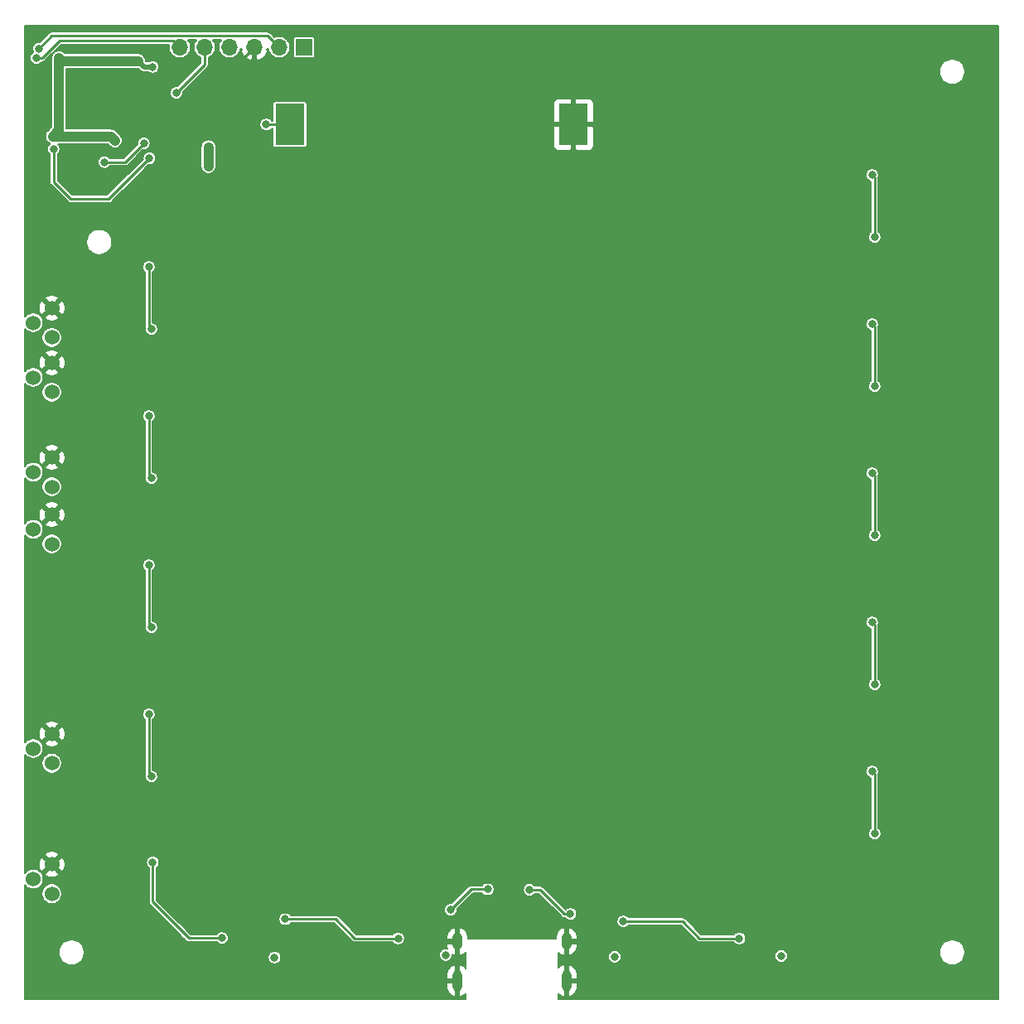
<source format=gbr>
G04 #@! TF.GenerationSoftware,KiCad,Pcbnew,(5.1.5)-2*
G04 #@! TF.CreationDate,2019-12-12T13:13:42-05:00*
G04 #@! TF.ProjectId,main,6d61696e-2e6b-4696-9361-645f70636258,rev?*
G04 #@! TF.SameCoordinates,Original*
G04 #@! TF.FileFunction,Copper,L2,Bot*
G04 #@! TF.FilePolarity,Positive*
%FSLAX46Y46*%
G04 Gerber Fmt 4.6, Leading zero omitted, Abs format (unit mm)*
G04 Created by KiCad (PCBNEW (5.1.5)-2) date 2019-12-12 13:13:42*
%MOMM*%
%LPD*%
G04 APERTURE LIST*
%ADD10O,1.000000X1.800000*%
%ADD11O,1.000000X2.200000*%
%ADD12R,3.000000X4.200000*%
%ADD13O,1.700000X1.700000*%
%ADD14R,1.700000X1.700000*%
%ADD15C,1.524000*%
%ADD16C,0.800000*%
%ADD17C,0.250000*%
%ADD18C,1.000000*%
%ADD19C,0.500000*%
%ADD20C,0.152400*%
G04 APERTURE END LIST*
D10*
X55575000Y-93886000D03*
D11*
X55575000Y-97886000D03*
X44425000Y-97886000D03*
D10*
X44425000Y-93886000D03*
D12*
X56300000Y-10400000D03*
X27300000Y-10400000D03*
D13*
X16050000Y-2500000D03*
X18590000Y-2500000D03*
X21130000Y-2500000D03*
X23670000Y-2500000D03*
X26210000Y-2500000D03*
D14*
X28750000Y-2500000D03*
D15*
X1088000Y-87500000D03*
X2988000Y-89000000D03*
X2988000Y-86000000D03*
X1088000Y-74168000D03*
X2988000Y-75668000D03*
X2988000Y-72668000D03*
X1088000Y-51754000D03*
X2988000Y-53254000D03*
X2988000Y-50254000D03*
X1088000Y-45912000D03*
X2988000Y-47412000D03*
X2988000Y-44412000D03*
X1088000Y-36240000D03*
X2988000Y-37740000D03*
X2988000Y-34740000D03*
X1088000Y-30652000D03*
X2988000Y-32152000D03*
X2988000Y-29152000D03*
D16*
X6000000Y-16000000D03*
X22300000Y-5100000D03*
X14418000Y-5467741D03*
X11751000Y-11111000D03*
X45723500Y-92835500D03*
X54296000Y-92835500D03*
X53813400Y-91984600D03*
X46168000Y-92010000D03*
X48733400Y-90104996D03*
X51425800Y-89978000D03*
X25746400Y-95515200D03*
X43221600Y-95261200D03*
X60493600Y-95439000D03*
X77537000Y-95362800D03*
X18990000Y-12698500D03*
X58360000Y-92772000D03*
X41088000Y-92783600D03*
X23712000Y-92838200D03*
X15561000Y-16318000D03*
X22419000Y-16318000D03*
X29277000Y-16318000D03*
X36135000Y-16318000D03*
X42993000Y-16318000D03*
X49851000Y-16318000D03*
X56709000Y-16318000D03*
X63567000Y-16318000D03*
X70425000Y-16318000D03*
X77283000Y-16318000D03*
X84141000Y-16318000D03*
X15561000Y-31558000D03*
X22419000Y-31558000D03*
X29277000Y-31558000D03*
X36135000Y-31558000D03*
X42993000Y-31558000D03*
X49851000Y-31558000D03*
X56709000Y-31558000D03*
X63567000Y-31558000D03*
X70425000Y-31558000D03*
X77283000Y-31558000D03*
X84141000Y-31558000D03*
X15561000Y-46798000D03*
X22419000Y-46798000D03*
X29277000Y-46798000D03*
X36135000Y-46798000D03*
X42993000Y-46798000D03*
X49851000Y-46798000D03*
X56709000Y-46798000D03*
X63567000Y-46798000D03*
X70425000Y-46798000D03*
X77283000Y-46798000D03*
X84141000Y-46798000D03*
X15561000Y-62038000D03*
X22419000Y-62038000D03*
X29277000Y-62038000D03*
X36135000Y-62038000D03*
X42993000Y-62038000D03*
X49851000Y-62038000D03*
X56709000Y-62038000D03*
X63567000Y-62038000D03*
X70425000Y-62038000D03*
X77283000Y-62038000D03*
X84141000Y-62038000D03*
X15561000Y-77278000D03*
X22419000Y-77278000D03*
X29277000Y-77278000D03*
X36135000Y-77278000D03*
X42993000Y-77278000D03*
X49851000Y-77278000D03*
X56709000Y-77278000D03*
X63567000Y-77278000D03*
X70425000Y-77278000D03*
X77283000Y-77278000D03*
X84141000Y-77278000D03*
X17466000Y-26097000D03*
X24324000Y-26097000D03*
X31182000Y-26097000D03*
X38040000Y-26097000D03*
X44898000Y-26097000D03*
X51756000Y-26097000D03*
X58614000Y-26097000D03*
X65472000Y-26097000D03*
X72330000Y-26097000D03*
X79188000Y-26097000D03*
X86046000Y-26097000D03*
X17466000Y-41337000D03*
X24324000Y-41337000D03*
X31182000Y-41337000D03*
X38040000Y-41337000D03*
X44898000Y-41337000D03*
X51756000Y-41337000D03*
X58614000Y-41337000D03*
X65472000Y-41337000D03*
X72330000Y-41337000D03*
X79188000Y-41337000D03*
X86046000Y-41337000D03*
X17466000Y-56577000D03*
X24324000Y-56577000D03*
X31182000Y-56577000D03*
X38040000Y-56577000D03*
X44898000Y-56577000D03*
X51756000Y-56577000D03*
X58614000Y-56577000D03*
X65472000Y-56577000D03*
X72330000Y-56577000D03*
X79188000Y-56577000D03*
X86046000Y-56577000D03*
X17466000Y-71817000D03*
X24324000Y-71817000D03*
X31182000Y-71817000D03*
X38040000Y-71817000D03*
X44898000Y-71817000D03*
X51756000Y-71817000D03*
X58614000Y-71817000D03*
X65472000Y-71817000D03*
X72330000Y-71817000D03*
X79188000Y-71817000D03*
X86046000Y-71817000D03*
X17466000Y-87057000D03*
X24324000Y-87057000D03*
X31182000Y-87057000D03*
X38040000Y-87057000D03*
X44898000Y-87057000D03*
X51756000Y-87057000D03*
X58614000Y-87057000D03*
X65472000Y-87057000D03*
X72330000Y-87057000D03*
X79188000Y-87057000D03*
X86046000Y-87057000D03*
X76013000Y-93026000D03*
X18990000Y-14603500D03*
X13300000Y-4500000D03*
X11800000Y-3900000D03*
X3700000Y-3600000D03*
X9431790Y-12035260D03*
X3080058Y-11600000D03*
X8343972Y-14234850D03*
X15688000Y-7174000D03*
X12386000Y-12322021D03*
X1400000Y-3599994D03*
X1642538Y-2629846D03*
X24900000Y-10400000D03*
X3171344Y-12896211D03*
X12961271Y-13847048D03*
X12894000Y-24954000D03*
X13148000Y-31304000D03*
X12894000Y-40194000D03*
X13148000Y-46544000D03*
X13148000Y-61784000D03*
X12894000Y-55434000D03*
X13148000Y-77024000D03*
X12894000Y-70674000D03*
X86808000Y-15556000D03*
X87062000Y-21906000D03*
X86808000Y-30796000D03*
X87062000Y-37146000D03*
X86808000Y-46036000D03*
X87062000Y-52386000D03*
X87062000Y-67626000D03*
X86808000Y-61276000D03*
X87062000Y-82866000D03*
X86808000Y-76516000D03*
X13300400Y-85812400D03*
X20361600Y-93534000D03*
X26838600Y-91603600D03*
X38370200Y-93559400D03*
X43729600Y-90663800D03*
X47514200Y-88555600D03*
X51806800Y-88606400D03*
X55972400Y-91070200D03*
X61382600Y-91832200D03*
X73244400Y-93559400D03*
D17*
X22300000Y-3870000D02*
X23670000Y-2500000D01*
X22300000Y-5100000D02*
X22300000Y-3870000D01*
D18*
X18990000Y-12698500D02*
X18990000Y-14667000D01*
D19*
X13300000Y-4500000D02*
X12400000Y-4500000D01*
X12400000Y-4500000D02*
X11800000Y-3900000D01*
D18*
X11800000Y-3900000D02*
X4000000Y-3900000D01*
X4000000Y-3900000D02*
X3700000Y-3600000D01*
X3700000Y-10980058D02*
X3080058Y-11600000D01*
X9431790Y-12035260D02*
X8996530Y-11600000D01*
X3700000Y-3600000D02*
X3700000Y-10980058D01*
X8996530Y-11600000D02*
X3080058Y-11600000D01*
D17*
X18590000Y-4272000D02*
X15688000Y-7174000D01*
X18590000Y-2500000D02*
X18590000Y-4272000D01*
X10473171Y-14234850D02*
X12386000Y-12322021D01*
X8343972Y-14234850D02*
X10473171Y-14234850D01*
X16050000Y-2500000D02*
X15350000Y-1800000D01*
X1965685Y-3599994D02*
X1400000Y-3599994D01*
X3765679Y-1800000D02*
X1965685Y-3599994D01*
X15350000Y-1800000D02*
X3765679Y-1800000D01*
X25034999Y-1324999D02*
X2947385Y-1324999D01*
X2947385Y-1324999D02*
X1642538Y-2629846D01*
X26210000Y-2500000D02*
X25034999Y-1324999D01*
X27300000Y-10400000D02*
X24900000Y-10400000D01*
X8808319Y-18000000D02*
X12961271Y-13847048D01*
X4900000Y-18000000D02*
X8808319Y-18000000D01*
X3171344Y-12896211D02*
X3171344Y-16271344D01*
X3171344Y-16271344D02*
X4900000Y-18000000D01*
X12894000Y-31050000D02*
X12894000Y-24954000D01*
X13148000Y-31304000D02*
X12894000Y-31050000D01*
X13148000Y-46544000D02*
X12894000Y-46290000D01*
X12894000Y-46290000D02*
X12894000Y-40194000D01*
X13148000Y-61784000D02*
X12894000Y-61530000D01*
X12894000Y-61530000D02*
X12894000Y-55434000D01*
X12894000Y-76770000D02*
X12894000Y-70674000D01*
X13148000Y-77024000D02*
X12894000Y-76770000D01*
X86808000Y-15556000D02*
X87062000Y-15810000D01*
X87062000Y-15810000D02*
X87062000Y-21906000D01*
X86808000Y-30796000D02*
X87062000Y-31050000D01*
X87062000Y-31050000D02*
X87062000Y-37146000D01*
X87062000Y-46290000D02*
X87062000Y-52386000D01*
X86808000Y-46036000D02*
X87062000Y-46290000D01*
X86808000Y-61276000D02*
X87062000Y-61530000D01*
X87062000Y-61530000D02*
X87062000Y-67626000D01*
X87062000Y-76770000D02*
X87062000Y-82866000D01*
X86808000Y-76516000D02*
X87062000Y-76770000D01*
X16958000Y-93534000D02*
X20361600Y-93534000D01*
X16443115Y-93019115D02*
X16958000Y-93534000D01*
X16443115Y-92968315D02*
X16443115Y-93019115D01*
X13300400Y-85812400D02*
X13300400Y-89825600D01*
X13300400Y-89825600D02*
X16443115Y-92968315D01*
X33950600Y-93559400D02*
X38370200Y-93559400D01*
X26838600Y-91603600D02*
X31994800Y-91603600D01*
X31994800Y-91603600D02*
X33950600Y-93559400D01*
X43729600Y-90663800D02*
X45837800Y-88555600D01*
X45837800Y-88555600D02*
X47514200Y-88555600D01*
X55362800Y-91070200D02*
X55972400Y-91070200D01*
X51806800Y-88606400D02*
X52899000Y-88606400D01*
X52899000Y-88606400D02*
X55362800Y-91070200D01*
X69180400Y-93559400D02*
X73244400Y-93559400D01*
X61382600Y-91832200D02*
X67453200Y-91832200D01*
X67453200Y-91832200D02*
X69180400Y-93559400D01*
D20*
G36*
X99746401Y-99746400D02*
G01*
X54740100Y-99746400D01*
X54740100Y-99194126D01*
X54772301Y-99236185D01*
X54934078Y-99378369D01*
X55120486Y-99486260D01*
X55232079Y-99514540D01*
X55397200Y-99407147D01*
X55397200Y-98063800D01*
X55752800Y-98063800D01*
X55752800Y-99407147D01*
X55917921Y-99514540D01*
X56029514Y-99486260D01*
X56215922Y-99378369D01*
X56377699Y-99236185D01*
X56508629Y-99065172D01*
X56603680Y-98871901D01*
X56659200Y-98663800D01*
X56659200Y-98063800D01*
X55752800Y-98063800D01*
X55397200Y-98063800D01*
X55377200Y-98063800D01*
X55377200Y-97708200D01*
X55397200Y-97708200D01*
X55397200Y-96364853D01*
X55752800Y-96364853D01*
X55752800Y-97708200D01*
X56659200Y-97708200D01*
X56659200Y-97108200D01*
X56603680Y-96900099D01*
X56508629Y-96706828D01*
X56377699Y-96535815D01*
X56215922Y-96393631D01*
X56029514Y-96285740D01*
X55917921Y-96257460D01*
X55752800Y-96364853D01*
X55397200Y-96364853D01*
X55232079Y-96257460D01*
X55120486Y-96285740D01*
X54934078Y-96393631D01*
X54772301Y-96535815D01*
X54740100Y-96577874D01*
X54740100Y-95372400D01*
X59817400Y-95372400D01*
X59817400Y-95505600D01*
X59843386Y-95636240D01*
X59894359Y-95759301D01*
X59968361Y-95870052D01*
X60062548Y-95964239D01*
X60173299Y-96038241D01*
X60296360Y-96089214D01*
X60427000Y-96115200D01*
X60560200Y-96115200D01*
X60690840Y-96089214D01*
X60813901Y-96038241D01*
X60924652Y-95964239D01*
X61018839Y-95870052D01*
X61092841Y-95759301D01*
X61143814Y-95636240D01*
X61169800Y-95505600D01*
X61169800Y-95372400D01*
X61154643Y-95296200D01*
X76860800Y-95296200D01*
X76860800Y-95429400D01*
X76886786Y-95560040D01*
X76937759Y-95683101D01*
X77011761Y-95793852D01*
X77105948Y-95888039D01*
X77216699Y-95962041D01*
X77339760Y-96013014D01*
X77470400Y-96039000D01*
X77603600Y-96039000D01*
X77734240Y-96013014D01*
X77857301Y-95962041D01*
X77968052Y-95888039D01*
X78062239Y-95793852D01*
X78136241Y-95683101D01*
X78187214Y-95560040D01*
X78213200Y-95429400D01*
X78213200Y-95296200D01*
X78187214Y-95165560D01*
X78136241Y-95042499D01*
X78062239Y-94931748D01*
X77999872Y-94869381D01*
X93673800Y-94869381D01*
X93673800Y-95130619D01*
X93724765Y-95386838D01*
X93824737Y-95628191D01*
X93969873Y-95845403D01*
X94154597Y-96030127D01*
X94371809Y-96175263D01*
X94613162Y-96275235D01*
X94869381Y-96326200D01*
X95130619Y-96326200D01*
X95386838Y-96275235D01*
X95628191Y-96175263D01*
X95845403Y-96030127D01*
X96030127Y-95845403D01*
X96175263Y-95628191D01*
X96275235Y-95386838D01*
X96326200Y-95130619D01*
X96326200Y-94869381D01*
X96275235Y-94613162D01*
X96175263Y-94371809D01*
X96030127Y-94154597D01*
X95845403Y-93969873D01*
X95628191Y-93824737D01*
X95386838Y-93724765D01*
X95130619Y-93673800D01*
X94869381Y-93673800D01*
X94613162Y-93724765D01*
X94371809Y-93824737D01*
X94154597Y-93969873D01*
X93969873Y-94154597D01*
X93824737Y-94371809D01*
X93724765Y-94613162D01*
X93673800Y-94869381D01*
X77999872Y-94869381D01*
X77968052Y-94837561D01*
X77857301Y-94763559D01*
X77734240Y-94712586D01*
X77603600Y-94686600D01*
X77470400Y-94686600D01*
X77339760Y-94712586D01*
X77216699Y-94763559D01*
X77105948Y-94837561D01*
X77011761Y-94931748D01*
X76937759Y-95042499D01*
X76886786Y-95165560D01*
X76860800Y-95296200D01*
X61154643Y-95296200D01*
X61143814Y-95241760D01*
X61092841Y-95118699D01*
X61018839Y-95007948D01*
X60924652Y-94913761D01*
X60813901Y-94839759D01*
X60690840Y-94788786D01*
X60560200Y-94762800D01*
X60427000Y-94762800D01*
X60296360Y-94788786D01*
X60173299Y-94839759D01*
X60062548Y-94913761D01*
X59968361Y-95007948D01*
X59894359Y-95118699D01*
X59843386Y-95241760D01*
X59817400Y-95372400D01*
X54740100Y-95372400D01*
X54740100Y-94994126D01*
X54772301Y-95036185D01*
X54934078Y-95178369D01*
X55120486Y-95286260D01*
X55232079Y-95314540D01*
X55397200Y-95207147D01*
X55397200Y-94063800D01*
X55752800Y-94063800D01*
X55752800Y-95207147D01*
X55917921Y-95314540D01*
X56029514Y-95286260D01*
X56215922Y-95178369D01*
X56377699Y-95036185D01*
X56508629Y-94865172D01*
X56603680Y-94671901D01*
X56659200Y-94463800D01*
X56659200Y-94063800D01*
X55752800Y-94063800D01*
X55397200Y-94063800D01*
X55377200Y-94063800D01*
X55377200Y-93708200D01*
X55397200Y-93708200D01*
X55397200Y-92564853D01*
X55752800Y-92564853D01*
X55752800Y-93708200D01*
X56659200Y-93708200D01*
X56659200Y-93308200D01*
X56603680Y-93100099D01*
X56508629Y-92906828D01*
X56377699Y-92735815D01*
X56215922Y-92593631D01*
X56029514Y-92485740D01*
X55917921Y-92457460D01*
X55752800Y-92564853D01*
X55397200Y-92564853D01*
X55232079Y-92457460D01*
X55120486Y-92485740D01*
X54934078Y-92593631D01*
X54772301Y-92735815D01*
X54641371Y-92906828D01*
X54546320Y-93100099D01*
X54490800Y-93308200D01*
X54490800Y-93597096D01*
X54486500Y-93596673D01*
X54474041Y-93597900D01*
X45545459Y-93597900D01*
X45533000Y-93596673D01*
X45520541Y-93597900D01*
X45509200Y-93599017D01*
X45509200Y-93308200D01*
X45453680Y-93100099D01*
X45358629Y-92906828D01*
X45227699Y-92735815D01*
X45065922Y-92593631D01*
X44879514Y-92485740D01*
X44767921Y-92457460D01*
X44602800Y-92564853D01*
X44602800Y-93708200D01*
X44622800Y-93708200D01*
X44622800Y-94063800D01*
X44602800Y-94063800D01*
X44602800Y-95207147D01*
X44767921Y-95314540D01*
X44879514Y-95286260D01*
X45065922Y-95178369D01*
X45227699Y-95036185D01*
X45279401Y-94968655D01*
X45279401Y-96603345D01*
X45227699Y-96535815D01*
X45065922Y-96393631D01*
X44879514Y-96285740D01*
X44767921Y-96257460D01*
X44602800Y-96364853D01*
X44602800Y-97708200D01*
X44622800Y-97708200D01*
X44622800Y-98063800D01*
X44602800Y-98063800D01*
X44602800Y-99407147D01*
X44767921Y-99514540D01*
X44879514Y-99486260D01*
X45065922Y-99378369D01*
X45227699Y-99236185D01*
X45279400Y-99168656D01*
X45279400Y-99746400D01*
X253600Y-99746400D01*
X253600Y-98063800D01*
X43340800Y-98063800D01*
X43340800Y-98663800D01*
X43396320Y-98871901D01*
X43491371Y-99065172D01*
X43622301Y-99236185D01*
X43784078Y-99378369D01*
X43970486Y-99486260D01*
X44082079Y-99514540D01*
X44247200Y-99407147D01*
X44247200Y-98063800D01*
X43340800Y-98063800D01*
X253600Y-98063800D01*
X253600Y-97108200D01*
X43340800Y-97108200D01*
X43340800Y-97708200D01*
X44247200Y-97708200D01*
X44247200Y-96364853D01*
X44082079Y-96257460D01*
X43970486Y-96285740D01*
X43784078Y-96393631D01*
X43622301Y-96535815D01*
X43491371Y-96706828D01*
X43396320Y-96900099D01*
X43340800Y-97108200D01*
X253600Y-97108200D01*
X253600Y-94869381D01*
X3673800Y-94869381D01*
X3673800Y-95130619D01*
X3724765Y-95386838D01*
X3824737Y-95628191D01*
X3969873Y-95845403D01*
X4154597Y-96030127D01*
X4371809Y-96175263D01*
X4613162Y-96275235D01*
X4869381Y-96326200D01*
X5130619Y-96326200D01*
X5386838Y-96275235D01*
X5628191Y-96175263D01*
X5845403Y-96030127D01*
X6030127Y-95845403D01*
X6175263Y-95628191D01*
X6249652Y-95448600D01*
X25070200Y-95448600D01*
X25070200Y-95581800D01*
X25096186Y-95712440D01*
X25147159Y-95835501D01*
X25221161Y-95946252D01*
X25315348Y-96040439D01*
X25426099Y-96114441D01*
X25549160Y-96165414D01*
X25679800Y-96191400D01*
X25813000Y-96191400D01*
X25943640Y-96165414D01*
X26066701Y-96114441D01*
X26177452Y-96040439D01*
X26271639Y-95946252D01*
X26345641Y-95835501D01*
X26396614Y-95712440D01*
X26422600Y-95581800D01*
X26422600Y-95448600D01*
X26396614Y-95317960D01*
X26345641Y-95194899D01*
X26345442Y-95194600D01*
X42545400Y-95194600D01*
X42545400Y-95327800D01*
X42571386Y-95458440D01*
X42622359Y-95581501D01*
X42696361Y-95692252D01*
X42790548Y-95786439D01*
X42901299Y-95860441D01*
X43024360Y-95911414D01*
X43155000Y-95937400D01*
X43288200Y-95937400D01*
X43418840Y-95911414D01*
X43541901Y-95860441D01*
X43652652Y-95786439D01*
X43746839Y-95692252D01*
X43820841Y-95581501D01*
X43871814Y-95458440D01*
X43897800Y-95327800D01*
X43897800Y-95244190D01*
X43970486Y-95286260D01*
X44082079Y-95314540D01*
X44247200Y-95207147D01*
X44247200Y-94063800D01*
X43340800Y-94063800D01*
X43340800Y-94463800D01*
X43377895Y-94602842D01*
X43288200Y-94585000D01*
X43155000Y-94585000D01*
X43024360Y-94610986D01*
X42901299Y-94661959D01*
X42790548Y-94735961D01*
X42696361Y-94830148D01*
X42622359Y-94940899D01*
X42571386Y-95063960D01*
X42545400Y-95194600D01*
X26345442Y-95194600D01*
X26271639Y-95084148D01*
X26177452Y-94989961D01*
X26066701Y-94915959D01*
X25943640Y-94864986D01*
X25813000Y-94839000D01*
X25679800Y-94839000D01*
X25549160Y-94864986D01*
X25426099Y-94915959D01*
X25315348Y-94989961D01*
X25221161Y-95084148D01*
X25147159Y-95194899D01*
X25096186Y-95317960D01*
X25070200Y-95448600D01*
X6249652Y-95448600D01*
X6275235Y-95386838D01*
X6326200Y-95130619D01*
X6326200Y-94869381D01*
X6275235Y-94613162D01*
X6175263Y-94371809D01*
X6030127Y-94154597D01*
X5845403Y-93969873D01*
X5628191Y-93824737D01*
X5386838Y-93724765D01*
X5130619Y-93673800D01*
X4869381Y-93673800D01*
X4613162Y-93724765D01*
X4371809Y-93824737D01*
X4154597Y-93969873D01*
X3969873Y-94154597D01*
X3824737Y-94371809D01*
X3724765Y-94613162D01*
X3673800Y-94869381D01*
X253600Y-94869381D01*
X253600Y-88897746D01*
X1949800Y-88897746D01*
X1949800Y-89102254D01*
X1989698Y-89302832D01*
X2067959Y-89491772D01*
X2181578Y-89661814D01*
X2326186Y-89806422D01*
X2496228Y-89920041D01*
X2685168Y-89998302D01*
X2885746Y-90038200D01*
X3090254Y-90038200D01*
X3290832Y-89998302D01*
X3479772Y-89920041D01*
X3649814Y-89806422D01*
X3794422Y-89661814D01*
X3908041Y-89491772D01*
X3986302Y-89302832D01*
X4026200Y-89102254D01*
X4026200Y-88897746D01*
X3986302Y-88697168D01*
X3908041Y-88508228D01*
X3794422Y-88338186D01*
X3649814Y-88193578D01*
X3479772Y-88079959D01*
X3290832Y-88001698D01*
X3090254Y-87961800D01*
X2885746Y-87961800D01*
X2685168Y-88001698D01*
X2496228Y-88079959D01*
X2326186Y-88193578D01*
X2181578Y-88338186D01*
X2067959Y-88508228D01*
X1989698Y-88697168D01*
X1949800Y-88897746D01*
X253600Y-88897746D01*
X253600Y-88119942D01*
X281578Y-88161814D01*
X426186Y-88306422D01*
X596228Y-88420041D01*
X785168Y-88498302D01*
X985746Y-88538200D01*
X1190254Y-88538200D01*
X1390832Y-88498302D01*
X1579772Y-88420041D01*
X1749814Y-88306422D01*
X1894422Y-88161814D01*
X2008041Y-87991772D01*
X2086302Y-87802832D01*
X2126200Y-87602254D01*
X2126200Y-87397746D01*
X2086302Y-87197168D01*
X2008041Y-87008228D01*
X1982265Y-86969651D01*
X2269797Y-86969651D01*
X2343636Y-87189382D01*
X2588055Y-87292238D01*
X2847843Y-87345433D01*
X3113017Y-87346925D01*
X3373387Y-87296654D01*
X3618946Y-87196554D01*
X3632364Y-87189382D01*
X3706203Y-86969651D01*
X2988000Y-86251447D01*
X2269797Y-86969651D01*
X1982265Y-86969651D01*
X1894422Y-86838186D01*
X1749814Y-86693578D01*
X1579772Y-86579959D01*
X1390832Y-86501698D01*
X1190254Y-86461800D01*
X985746Y-86461800D01*
X785168Y-86501698D01*
X596228Y-86579959D01*
X426186Y-86693578D01*
X281578Y-86838186D01*
X253600Y-86880058D01*
X253600Y-86125017D01*
X1641075Y-86125017D01*
X1691346Y-86385387D01*
X1791446Y-86630946D01*
X1798618Y-86644364D01*
X2018349Y-86718203D01*
X2736553Y-86000000D01*
X3239447Y-86000000D01*
X3957651Y-86718203D01*
X4177382Y-86644364D01*
X4280238Y-86399945D01*
X4333433Y-86140157D01*
X4334925Y-85874983D01*
X4309983Y-85745800D01*
X12624200Y-85745800D01*
X12624200Y-85879000D01*
X12650186Y-86009640D01*
X12701159Y-86132701D01*
X12775161Y-86243452D01*
X12869348Y-86337639D01*
X12899200Y-86357586D01*
X12899201Y-89805885D01*
X12897259Y-89825600D01*
X12904306Y-89897146D01*
X12905006Y-89904249D01*
X12927947Y-89979875D01*
X12965201Y-90049573D01*
X12977500Y-90064559D01*
X13015337Y-90110664D01*
X13030649Y-90123230D01*
X16066243Y-93158825D01*
X16070661Y-93173390D01*
X16107916Y-93243088D01*
X16158051Y-93304179D01*
X16173367Y-93316748D01*
X16660370Y-93803752D01*
X16672936Y-93819064D01*
X16703887Y-93844464D01*
X16734026Y-93869199D01*
X16781546Y-93894599D01*
X16803725Y-93906454D01*
X16879351Y-93929395D01*
X16938292Y-93935200D01*
X16938294Y-93935200D01*
X16957999Y-93937141D01*
X16977704Y-93935200D01*
X19816414Y-93935200D01*
X19836361Y-93965052D01*
X19930548Y-94059239D01*
X20041299Y-94133241D01*
X20164360Y-94184214D01*
X20295000Y-94210200D01*
X20428200Y-94210200D01*
X20558840Y-94184214D01*
X20681901Y-94133241D01*
X20792652Y-94059239D01*
X20886839Y-93965052D01*
X20960841Y-93854301D01*
X21011814Y-93731240D01*
X21037800Y-93600600D01*
X21037800Y-93467400D01*
X21011814Y-93336760D01*
X20960841Y-93213699D01*
X20886839Y-93102948D01*
X20792652Y-93008761D01*
X20681901Y-92934759D01*
X20558840Y-92883786D01*
X20428200Y-92857800D01*
X20295000Y-92857800D01*
X20164360Y-92883786D01*
X20041299Y-92934759D01*
X19930548Y-93008761D01*
X19836361Y-93102948D01*
X19816414Y-93132800D01*
X17124182Y-93132800D01*
X16819988Y-92828607D01*
X16815569Y-92814040D01*
X16778315Y-92744343D01*
X16778314Y-92744341D01*
X16757743Y-92719276D01*
X16728179Y-92683251D01*
X16712868Y-92670686D01*
X15579182Y-91537000D01*
X26162400Y-91537000D01*
X26162400Y-91670200D01*
X26188386Y-91800840D01*
X26239359Y-91923901D01*
X26313361Y-92034652D01*
X26407548Y-92128839D01*
X26518299Y-92202841D01*
X26641360Y-92253814D01*
X26772000Y-92279800D01*
X26905200Y-92279800D01*
X27035840Y-92253814D01*
X27158901Y-92202841D01*
X27269652Y-92128839D01*
X27363839Y-92034652D01*
X27383786Y-92004800D01*
X31828619Y-92004800D01*
X33652970Y-93829152D01*
X33665536Y-93844464D01*
X33701561Y-93874028D01*
X33726626Y-93894599D01*
X33763881Y-93914512D01*
X33796325Y-93931854D01*
X33871951Y-93954795D01*
X33930892Y-93960600D01*
X33930895Y-93960600D01*
X33950600Y-93962541D01*
X33970305Y-93960600D01*
X37825014Y-93960600D01*
X37844961Y-93990452D01*
X37939148Y-94084639D01*
X38049899Y-94158641D01*
X38172960Y-94209614D01*
X38303600Y-94235600D01*
X38436800Y-94235600D01*
X38567440Y-94209614D01*
X38690501Y-94158641D01*
X38801252Y-94084639D01*
X38895439Y-93990452D01*
X38969441Y-93879701D01*
X39020414Y-93756640D01*
X39046400Y-93626000D01*
X39046400Y-93492800D01*
X39020414Y-93362160D01*
X38998064Y-93308200D01*
X43340800Y-93308200D01*
X43340800Y-93708200D01*
X44247200Y-93708200D01*
X44247200Y-92564853D01*
X44082079Y-92457460D01*
X43970486Y-92485740D01*
X43784078Y-92593631D01*
X43622301Y-92735815D01*
X43491371Y-92906828D01*
X43396320Y-93100099D01*
X43340800Y-93308200D01*
X38998064Y-93308200D01*
X38969441Y-93239099D01*
X38895439Y-93128348D01*
X38801252Y-93034161D01*
X38690501Y-92960159D01*
X38567440Y-92909186D01*
X38436800Y-92883200D01*
X38303600Y-92883200D01*
X38172960Y-92909186D01*
X38049899Y-92960159D01*
X37939148Y-93034161D01*
X37844961Y-93128348D01*
X37825014Y-93158200D01*
X34116782Y-93158200D01*
X32724182Y-91765600D01*
X60706400Y-91765600D01*
X60706400Y-91898800D01*
X60732386Y-92029440D01*
X60783359Y-92152501D01*
X60857361Y-92263252D01*
X60951548Y-92357439D01*
X61062299Y-92431441D01*
X61185360Y-92482414D01*
X61316000Y-92508400D01*
X61449200Y-92508400D01*
X61579840Y-92482414D01*
X61702901Y-92431441D01*
X61813652Y-92357439D01*
X61907839Y-92263252D01*
X61927786Y-92233400D01*
X67287019Y-92233400D01*
X68882775Y-93829158D01*
X68895336Y-93844464D01*
X68910642Y-93857025D01*
X68910644Y-93857027D01*
X68956426Y-93894599D01*
X68993681Y-93914512D01*
X69026125Y-93931854D01*
X69101751Y-93954795D01*
X69160692Y-93960600D01*
X69160695Y-93960600D01*
X69180400Y-93962541D01*
X69200105Y-93960600D01*
X72699214Y-93960600D01*
X72719161Y-93990452D01*
X72813348Y-94084639D01*
X72924099Y-94158641D01*
X73047160Y-94209614D01*
X73177800Y-94235600D01*
X73311000Y-94235600D01*
X73441640Y-94209614D01*
X73564701Y-94158641D01*
X73675452Y-94084639D01*
X73769639Y-93990452D01*
X73843641Y-93879701D01*
X73894614Y-93756640D01*
X73920600Y-93626000D01*
X73920600Y-93492800D01*
X73894614Y-93362160D01*
X73843641Y-93239099D01*
X73769639Y-93128348D01*
X73675452Y-93034161D01*
X73564701Y-92960159D01*
X73441640Y-92909186D01*
X73311000Y-92883200D01*
X73177800Y-92883200D01*
X73047160Y-92909186D01*
X72924099Y-92960159D01*
X72813348Y-93034161D01*
X72719161Y-93128348D01*
X72699214Y-93158200D01*
X69346583Y-93158200D01*
X67750834Y-91562453D01*
X67738264Y-91547136D01*
X67677173Y-91497001D01*
X67607475Y-91459746D01*
X67531849Y-91436805D01*
X67472908Y-91431000D01*
X67472905Y-91431000D01*
X67453200Y-91429059D01*
X67433495Y-91431000D01*
X61927786Y-91431000D01*
X61907839Y-91401148D01*
X61813652Y-91306961D01*
X61702901Y-91232959D01*
X61579840Y-91181986D01*
X61449200Y-91156000D01*
X61316000Y-91156000D01*
X61185360Y-91181986D01*
X61062299Y-91232959D01*
X60951548Y-91306961D01*
X60857361Y-91401148D01*
X60783359Y-91511899D01*
X60732386Y-91634960D01*
X60706400Y-91765600D01*
X32724182Y-91765600D01*
X32292434Y-91333853D01*
X32279864Y-91318536D01*
X32218773Y-91268401D01*
X32149075Y-91231146D01*
X32073449Y-91208205D01*
X32014508Y-91202400D01*
X32014505Y-91202400D01*
X31994800Y-91200459D01*
X31975095Y-91202400D01*
X27383786Y-91202400D01*
X27363839Y-91172548D01*
X27269652Y-91078361D01*
X27158901Y-91004359D01*
X27035840Y-90953386D01*
X26905200Y-90927400D01*
X26772000Y-90927400D01*
X26641360Y-90953386D01*
X26518299Y-91004359D01*
X26407548Y-91078361D01*
X26313361Y-91172548D01*
X26239359Y-91283299D01*
X26188386Y-91406360D01*
X26162400Y-91537000D01*
X15579182Y-91537000D01*
X14639382Y-90597200D01*
X43053400Y-90597200D01*
X43053400Y-90730400D01*
X43079386Y-90861040D01*
X43130359Y-90984101D01*
X43204361Y-91094852D01*
X43298548Y-91189039D01*
X43409299Y-91263041D01*
X43532360Y-91314014D01*
X43663000Y-91340000D01*
X43796200Y-91340000D01*
X43926840Y-91314014D01*
X44049901Y-91263041D01*
X44160652Y-91189039D01*
X44254839Y-91094852D01*
X44328841Y-90984101D01*
X44379814Y-90861040D01*
X44405800Y-90730400D01*
X44405800Y-90597200D01*
X44398795Y-90561986D01*
X46003982Y-88956800D01*
X46969014Y-88956800D01*
X46988961Y-88986652D01*
X47083148Y-89080839D01*
X47193899Y-89154841D01*
X47316960Y-89205814D01*
X47447600Y-89231800D01*
X47580800Y-89231800D01*
X47711440Y-89205814D01*
X47834501Y-89154841D01*
X47945252Y-89080839D01*
X48039439Y-88986652D01*
X48113441Y-88875901D01*
X48164414Y-88752840D01*
X48190400Y-88622200D01*
X48190400Y-88539800D01*
X51130600Y-88539800D01*
X51130600Y-88673000D01*
X51156586Y-88803640D01*
X51207559Y-88926701D01*
X51281561Y-89037452D01*
X51375748Y-89131639D01*
X51486499Y-89205641D01*
X51609560Y-89256614D01*
X51740200Y-89282600D01*
X51873400Y-89282600D01*
X52004040Y-89256614D01*
X52127101Y-89205641D01*
X52237852Y-89131639D01*
X52332039Y-89037452D01*
X52351986Y-89007600D01*
X52732819Y-89007600D01*
X55065170Y-91339952D01*
X55077736Y-91355264D01*
X55107423Y-91379627D01*
X55138826Y-91405399D01*
X55183091Y-91429059D01*
X55208525Y-91442654D01*
X55284151Y-91465595D01*
X55343092Y-91471400D01*
X55343094Y-91471400D01*
X55362799Y-91473341D01*
X55382504Y-91471400D01*
X55427214Y-91471400D01*
X55447161Y-91501252D01*
X55541348Y-91595439D01*
X55652099Y-91669441D01*
X55775160Y-91720414D01*
X55905800Y-91746400D01*
X56039000Y-91746400D01*
X56169640Y-91720414D01*
X56292701Y-91669441D01*
X56403452Y-91595439D01*
X56497639Y-91501252D01*
X56571641Y-91390501D01*
X56622614Y-91267440D01*
X56648600Y-91136800D01*
X56648600Y-91003600D01*
X56622614Y-90872960D01*
X56571641Y-90749899D01*
X56497639Y-90639148D01*
X56403452Y-90544961D01*
X56292701Y-90470959D01*
X56169640Y-90419986D01*
X56039000Y-90394000D01*
X55905800Y-90394000D01*
X55775160Y-90419986D01*
X55652099Y-90470959D01*
X55541348Y-90544961D01*
X55473145Y-90613164D01*
X53196634Y-88336653D01*
X53184064Y-88321336D01*
X53122973Y-88271201D01*
X53053275Y-88233946D01*
X52977649Y-88211005D01*
X52918708Y-88205200D01*
X52918705Y-88205200D01*
X52899000Y-88203259D01*
X52879295Y-88205200D01*
X52351986Y-88205200D01*
X52332039Y-88175348D01*
X52237852Y-88081161D01*
X52127101Y-88007159D01*
X52004040Y-87956186D01*
X51873400Y-87930200D01*
X51740200Y-87930200D01*
X51609560Y-87956186D01*
X51486499Y-88007159D01*
X51375748Y-88081161D01*
X51281561Y-88175348D01*
X51207559Y-88286099D01*
X51156586Y-88409160D01*
X51130600Y-88539800D01*
X48190400Y-88539800D01*
X48190400Y-88489000D01*
X48164414Y-88358360D01*
X48113441Y-88235299D01*
X48039439Y-88124548D01*
X47945252Y-88030361D01*
X47834501Y-87956359D01*
X47711440Y-87905386D01*
X47580800Y-87879400D01*
X47447600Y-87879400D01*
X47316960Y-87905386D01*
X47193899Y-87956359D01*
X47083148Y-88030361D01*
X46988961Y-88124548D01*
X46969014Y-88154400D01*
X45857504Y-88154400D01*
X45837799Y-88152459D01*
X45818094Y-88154400D01*
X45818092Y-88154400D01*
X45759151Y-88160205D01*
X45683525Y-88183146D01*
X45651081Y-88200488D01*
X45613826Y-88220401D01*
X45595673Y-88235299D01*
X45552736Y-88270536D01*
X45540170Y-88285848D01*
X43831414Y-89994605D01*
X43796200Y-89987600D01*
X43663000Y-89987600D01*
X43532360Y-90013586D01*
X43409299Y-90064559D01*
X43298548Y-90138561D01*
X43204361Y-90232748D01*
X43130359Y-90343499D01*
X43079386Y-90466560D01*
X43053400Y-90597200D01*
X14639382Y-90597200D01*
X13701600Y-89659419D01*
X13701600Y-86357586D01*
X13731452Y-86337639D01*
X13825639Y-86243452D01*
X13899641Y-86132701D01*
X13950614Y-86009640D01*
X13976600Y-85879000D01*
X13976600Y-85745800D01*
X13950614Y-85615160D01*
X13899641Y-85492099D01*
X13825639Y-85381348D01*
X13731452Y-85287161D01*
X13620701Y-85213159D01*
X13497640Y-85162186D01*
X13367000Y-85136200D01*
X13233800Y-85136200D01*
X13103160Y-85162186D01*
X12980099Y-85213159D01*
X12869348Y-85287161D01*
X12775161Y-85381348D01*
X12701159Y-85492099D01*
X12650186Y-85615160D01*
X12624200Y-85745800D01*
X4309983Y-85745800D01*
X4284654Y-85614613D01*
X4184554Y-85369054D01*
X4177382Y-85355636D01*
X3957651Y-85281797D01*
X3239447Y-86000000D01*
X2736553Y-86000000D01*
X2018349Y-85281797D01*
X1798618Y-85355636D01*
X1695762Y-85600055D01*
X1642567Y-85859843D01*
X1641075Y-86125017D01*
X253600Y-86125017D01*
X253600Y-85030349D01*
X2269797Y-85030349D01*
X2988000Y-85748553D01*
X3706203Y-85030349D01*
X3632364Y-84810618D01*
X3387945Y-84707762D01*
X3128157Y-84654567D01*
X2862983Y-84653075D01*
X2602613Y-84703346D01*
X2357054Y-84803446D01*
X2343636Y-84810618D01*
X2269797Y-85030349D01*
X253600Y-85030349D01*
X253600Y-75565746D01*
X1949800Y-75565746D01*
X1949800Y-75770254D01*
X1989698Y-75970832D01*
X2067959Y-76159772D01*
X2181578Y-76329814D01*
X2326186Y-76474422D01*
X2496228Y-76588041D01*
X2685168Y-76666302D01*
X2885746Y-76706200D01*
X3090254Y-76706200D01*
X3290832Y-76666302D01*
X3479772Y-76588041D01*
X3649814Y-76474422D01*
X3794422Y-76329814D01*
X3908041Y-76159772D01*
X3986302Y-75970832D01*
X4026200Y-75770254D01*
X4026200Y-75565746D01*
X3986302Y-75365168D01*
X3908041Y-75176228D01*
X3794422Y-75006186D01*
X3649814Y-74861578D01*
X3479772Y-74747959D01*
X3290832Y-74669698D01*
X3090254Y-74629800D01*
X2885746Y-74629800D01*
X2685168Y-74669698D01*
X2496228Y-74747959D01*
X2326186Y-74861578D01*
X2181578Y-75006186D01*
X2067959Y-75176228D01*
X1989698Y-75365168D01*
X1949800Y-75565746D01*
X253600Y-75565746D01*
X253600Y-74787942D01*
X281578Y-74829814D01*
X426186Y-74974422D01*
X596228Y-75088041D01*
X785168Y-75166302D01*
X985746Y-75206200D01*
X1190254Y-75206200D01*
X1390832Y-75166302D01*
X1579772Y-75088041D01*
X1749814Y-74974422D01*
X1894422Y-74829814D01*
X2008041Y-74659772D01*
X2086302Y-74470832D01*
X2126200Y-74270254D01*
X2126200Y-74065746D01*
X2086302Y-73865168D01*
X2008041Y-73676228D01*
X1982265Y-73637651D01*
X2269797Y-73637651D01*
X2343636Y-73857382D01*
X2588055Y-73960238D01*
X2847843Y-74013433D01*
X3113017Y-74014925D01*
X3373387Y-73964654D01*
X3618946Y-73864554D01*
X3632364Y-73857382D01*
X3706203Y-73637651D01*
X2988000Y-72919447D01*
X2269797Y-73637651D01*
X1982265Y-73637651D01*
X1894422Y-73506186D01*
X1749814Y-73361578D01*
X1579772Y-73247959D01*
X1390832Y-73169698D01*
X1190254Y-73129800D01*
X985746Y-73129800D01*
X785168Y-73169698D01*
X596228Y-73247959D01*
X426186Y-73361578D01*
X281578Y-73506186D01*
X253600Y-73548058D01*
X253600Y-72793017D01*
X1641075Y-72793017D01*
X1691346Y-73053387D01*
X1791446Y-73298946D01*
X1798618Y-73312364D01*
X2018349Y-73386203D01*
X2736553Y-72668000D01*
X3239447Y-72668000D01*
X3957651Y-73386203D01*
X4177382Y-73312364D01*
X4280238Y-73067945D01*
X4333433Y-72808157D01*
X4334925Y-72542983D01*
X4284654Y-72282613D01*
X4184554Y-72037054D01*
X4177382Y-72023636D01*
X3957651Y-71949797D01*
X3239447Y-72668000D01*
X2736553Y-72668000D01*
X2018349Y-71949797D01*
X1798618Y-72023636D01*
X1695762Y-72268055D01*
X1642567Y-72527843D01*
X1641075Y-72793017D01*
X253600Y-72793017D01*
X253600Y-71698349D01*
X2269797Y-71698349D01*
X2988000Y-72416553D01*
X3706203Y-71698349D01*
X3632364Y-71478618D01*
X3387945Y-71375762D01*
X3128157Y-71322567D01*
X2862983Y-71321075D01*
X2602613Y-71371346D01*
X2357054Y-71471446D01*
X2343636Y-71478618D01*
X2269797Y-71698349D01*
X253600Y-71698349D01*
X253600Y-70607400D01*
X12217800Y-70607400D01*
X12217800Y-70740600D01*
X12243786Y-70871240D01*
X12294759Y-70994301D01*
X12368761Y-71105052D01*
X12462948Y-71199239D01*
X12492801Y-71219186D01*
X12492800Y-76750292D01*
X12490859Y-76770000D01*
X12492800Y-76789705D01*
X12492800Y-76789707D01*
X12496892Y-76831255D01*
X12471800Y-76957400D01*
X12471800Y-77090600D01*
X12497786Y-77221240D01*
X12548759Y-77344301D01*
X12622761Y-77455052D01*
X12716948Y-77549239D01*
X12827699Y-77623241D01*
X12950760Y-77674214D01*
X13081400Y-77700200D01*
X13214600Y-77700200D01*
X13345240Y-77674214D01*
X13468301Y-77623241D01*
X13579052Y-77549239D01*
X13673239Y-77455052D01*
X13747241Y-77344301D01*
X13798214Y-77221240D01*
X13824200Y-77090600D01*
X13824200Y-76957400D01*
X13798214Y-76826760D01*
X13747241Y-76703699D01*
X13673239Y-76592948D01*
X13579052Y-76498761D01*
X13505179Y-76449400D01*
X86131800Y-76449400D01*
X86131800Y-76582600D01*
X86157786Y-76713240D01*
X86208759Y-76836301D01*
X86282761Y-76947052D01*
X86376948Y-77041239D01*
X86487699Y-77115241D01*
X86610760Y-77166214D01*
X86660800Y-77176168D01*
X86660801Y-82320814D01*
X86630948Y-82340761D01*
X86536761Y-82434948D01*
X86462759Y-82545699D01*
X86411786Y-82668760D01*
X86385800Y-82799400D01*
X86385800Y-82932600D01*
X86411786Y-83063240D01*
X86462759Y-83186301D01*
X86536761Y-83297052D01*
X86630948Y-83391239D01*
X86741699Y-83465241D01*
X86864760Y-83516214D01*
X86995400Y-83542200D01*
X87128600Y-83542200D01*
X87259240Y-83516214D01*
X87382301Y-83465241D01*
X87493052Y-83391239D01*
X87587239Y-83297052D01*
X87661241Y-83186301D01*
X87712214Y-83063240D01*
X87738200Y-82932600D01*
X87738200Y-82799400D01*
X87712214Y-82668760D01*
X87661241Y-82545699D01*
X87587239Y-82434948D01*
X87493052Y-82340761D01*
X87463200Y-82320814D01*
X87463200Y-76789704D01*
X87465141Y-76769999D01*
X87463200Y-76750292D01*
X87459108Y-76708745D01*
X87484200Y-76582600D01*
X87484200Y-76449400D01*
X87458214Y-76318760D01*
X87407241Y-76195699D01*
X87333239Y-76084948D01*
X87239052Y-75990761D01*
X87128301Y-75916759D01*
X87005240Y-75865786D01*
X86874600Y-75839800D01*
X86741400Y-75839800D01*
X86610760Y-75865786D01*
X86487699Y-75916759D01*
X86376948Y-75990761D01*
X86282761Y-76084948D01*
X86208759Y-76195699D01*
X86157786Y-76318760D01*
X86131800Y-76449400D01*
X13505179Y-76449400D01*
X13468301Y-76424759D01*
X13345240Y-76373786D01*
X13295200Y-76363832D01*
X13295200Y-71219186D01*
X13325052Y-71199239D01*
X13419239Y-71105052D01*
X13493241Y-70994301D01*
X13544214Y-70871240D01*
X13570200Y-70740600D01*
X13570200Y-70607400D01*
X13544214Y-70476760D01*
X13493241Y-70353699D01*
X13419239Y-70242948D01*
X13325052Y-70148761D01*
X13214301Y-70074759D01*
X13091240Y-70023786D01*
X12960600Y-69997800D01*
X12827400Y-69997800D01*
X12696760Y-70023786D01*
X12573699Y-70074759D01*
X12462948Y-70148761D01*
X12368761Y-70242948D01*
X12294759Y-70353699D01*
X12243786Y-70476760D01*
X12217800Y-70607400D01*
X253600Y-70607400D01*
X253600Y-55367400D01*
X12217800Y-55367400D01*
X12217800Y-55500600D01*
X12243786Y-55631240D01*
X12294759Y-55754301D01*
X12368761Y-55865052D01*
X12462948Y-55959239D01*
X12492801Y-55979186D01*
X12492800Y-61510292D01*
X12490859Y-61530000D01*
X12492800Y-61549705D01*
X12492800Y-61549707D01*
X12496892Y-61591255D01*
X12471800Y-61717400D01*
X12471800Y-61850600D01*
X12497786Y-61981240D01*
X12548759Y-62104301D01*
X12622761Y-62215052D01*
X12716948Y-62309239D01*
X12827699Y-62383241D01*
X12950760Y-62434214D01*
X13081400Y-62460200D01*
X13214600Y-62460200D01*
X13345240Y-62434214D01*
X13468301Y-62383241D01*
X13579052Y-62309239D01*
X13673239Y-62215052D01*
X13747241Y-62104301D01*
X13798214Y-61981240D01*
X13824200Y-61850600D01*
X13824200Y-61717400D01*
X13798214Y-61586760D01*
X13747241Y-61463699D01*
X13673239Y-61352948D01*
X13579052Y-61258761D01*
X13505179Y-61209400D01*
X86131800Y-61209400D01*
X86131800Y-61342600D01*
X86157786Y-61473240D01*
X86208759Y-61596301D01*
X86282761Y-61707052D01*
X86376948Y-61801239D01*
X86487699Y-61875241D01*
X86610760Y-61926214D01*
X86660800Y-61936168D01*
X86660801Y-67080814D01*
X86630948Y-67100761D01*
X86536761Y-67194948D01*
X86462759Y-67305699D01*
X86411786Y-67428760D01*
X86385800Y-67559400D01*
X86385800Y-67692600D01*
X86411786Y-67823240D01*
X86462759Y-67946301D01*
X86536761Y-68057052D01*
X86630948Y-68151239D01*
X86741699Y-68225241D01*
X86864760Y-68276214D01*
X86995400Y-68302200D01*
X87128600Y-68302200D01*
X87259240Y-68276214D01*
X87382301Y-68225241D01*
X87493052Y-68151239D01*
X87587239Y-68057052D01*
X87661241Y-67946301D01*
X87712214Y-67823240D01*
X87738200Y-67692600D01*
X87738200Y-67559400D01*
X87712214Y-67428760D01*
X87661241Y-67305699D01*
X87587239Y-67194948D01*
X87493052Y-67100761D01*
X87463200Y-67080814D01*
X87463200Y-61549704D01*
X87465141Y-61529999D01*
X87463200Y-61510292D01*
X87459108Y-61468745D01*
X87484200Y-61342600D01*
X87484200Y-61209400D01*
X87458214Y-61078760D01*
X87407241Y-60955699D01*
X87333239Y-60844948D01*
X87239052Y-60750761D01*
X87128301Y-60676759D01*
X87005240Y-60625786D01*
X86874600Y-60599800D01*
X86741400Y-60599800D01*
X86610760Y-60625786D01*
X86487699Y-60676759D01*
X86376948Y-60750761D01*
X86282761Y-60844948D01*
X86208759Y-60955699D01*
X86157786Y-61078760D01*
X86131800Y-61209400D01*
X13505179Y-61209400D01*
X13468301Y-61184759D01*
X13345240Y-61133786D01*
X13295200Y-61123832D01*
X13295200Y-55979186D01*
X13325052Y-55959239D01*
X13419239Y-55865052D01*
X13493241Y-55754301D01*
X13544214Y-55631240D01*
X13570200Y-55500600D01*
X13570200Y-55367400D01*
X13544214Y-55236760D01*
X13493241Y-55113699D01*
X13419239Y-55002948D01*
X13325052Y-54908761D01*
X13214301Y-54834759D01*
X13091240Y-54783786D01*
X12960600Y-54757800D01*
X12827400Y-54757800D01*
X12696760Y-54783786D01*
X12573699Y-54834759D01*
X12462948Y-54908761D01*
X12368761Y-55002948D01*
X12294759Y-55113699D01*
X12243786Y-55236760D01*
X12217800Y-55367400D01*
X253600Y-55367400D01*
X253600Y-53151746D01*
X1949800Y-53151746D01*
X1949800Y-53356254D01*
X1989698Y-53556832D01*
X2067959Y-53745772D01*
X2181578Y-53915814D01*
X2326186Y-54060422D01*
X2496228Y-54174041D01*
X2685168Y-54252302D01*
X2885746Y-54292200D01*
X3090254Y-54292200D01*
X3290832Y-54252302D01*
X3479772Y-54174041D01*
X3649814Y-54060422D01*
X3794422Y-53915814D01*
X3908041Y-53745772D01*
X3986302Y-53556832D01*
X4026200Y-53356254D01*
X4026200Y-53151746D01*
X3986302Y-52951168D01*
X3908041Y-52762228D01*
X3794422Y-52592186D01*
X3649814Y-52447578D01*
X3479772Y-52333959D01*
X3290832Y-52255698D01*
X3090254Y-52215800D01*
X2885746Y-52215800D01*
X2685168Y-52255698D01*
X2496228Y-52333959D01*
X2326186Y-52447578D01*
X2181578Y-52592186D01*
X2067959Y-52762228D01*
X1989698Y-52951168D01*
X1949800Y-53151746D01*
X253600Y-53151746D01*
X253600Y-52373942D01*
X281578Y-52415814D01*
X426186Y-52560422D01*
X596228Y-52674041D01*
X785168Y-52752302D01*
X985746Y-52792200D01*
X1190254Y-52792200D01*
X1390832Y-52752302D01*
X1579772Y-52674041D01*
X1749814Y-52560422D01*
X1894422Y-52415814D01*
X2008041Y-52245772D01*
X2086302Y-52056832D01*
X2126200Y-51856254D01*
X2126200Y-51651746D01*
X2086302Y-51451168D01*
X2008041Y-51262228D01*
X1982265Y-51223651D01*
X2269797Y-51223651D01*
X2343636Y-51443382D01*
X2588055Y-51546238D01*
X2847843Y-51599433D01*
X3113017Y-51600925D01*
X3373387Y-51550654D01*
X3618946Y-51450554D01*
X3632364Y-51443382D01*
X3706203Y-51223651D01*
X2988000Y-50505447D01*
X2269797Y-51223651D01*
X1982265Y-51223651D01*
X1894422Y-51092186D01*
X1749814Y-50947578D01*
X1579772Y-50833959D01*
X1390832Y-50755698D01*
X1190254Y-50715800D01*
X985746Y-50715800D01*
X785168Y-50755698D01*
X596228Y-50833959D01*
X426186Y-50947578D01*
X281578Y-51092186D01*
X253600Y-51134058D01*
X253600Y-50379017D01*
X1641075Y-50379017D01*
X1691346Y-50639387D01*
X1791446Y-50884946D01*
X1798618Y-50898364D01*
X2018349Y-50972203D01*
X2736553Y-50254000D01*
X3239447Y-50254000D01*
X3957651Y-50972203D01*
X4177382Y-50898364D01*
X4280238Y-50653945D01*
X4333433Y-50394157D01*
X4334925Y-50128983D01*
X4284654Y-49868613D01*
X4184554Y-49623054D01*
X4177382Y-49609636D01*
X3957651Y-49535797D01*
X3239447Y-50254000D01*
X2736553Y-50254000D01*
X2018349Y-49535797D01*
X1798618Y-49609636D01*
X1695762Y-49854055D01*
X1642567Y-50113843D01*
X1641075Y-50379017D01*
X253600Y-50379017D01*
X253600Y-49284349D01*
X2269797Y-49284349D01*
X2988000Y-50002553D01*
X3706203Y-49284349D01*
X3632364Y-49064618D01*
X3387945Y-48961762D01*
X3128157Y-48908567D01*
X2862983Y-48907075D01*
X2602613Y-48957346D01*
X2357054Y-49057446D01*
X2343636Y-49064618D01*
X2269797Y-49284349D01*
X253600Y-49284349D01*
X253600Y-47309746D01*
X1949800Y-47309746D01*
X1949800Y-47514254D01*
X1989698Y-47714832D01*
X2067959Y-47903772D01*
X2181578Y-48073814D01*
X2326186Y-48218422D01*
X2496228Y-48332041D01*
X2685168Y-48410302D01*
X2885746Y-48450200D01*
X3090254Y-48450200D01*
X3290832Y-48410302D01*
X3479772Y-48332041D01*
X3649814Y-48218422D01*
X3794422Y-48073814D01*
X3908041Y-47903772D01*
X3986302Y-47714832D01*
X4026200Y-47514254D01*
X4026200Y-47309746D01*
X3986302Y-47109168D01*
X3908041Y-46920228D01*
X3794422Y-46750186D01*
X3649814Y-46605578D01*
X3479772Y-46491959D01*
X3290832Y-46413698D01*
X3090254Y-46373800D01*
X2885746Y-46373800D01*
X2685168Y-46413698D01*
X2496228Y-46491959D01*
X2326186Y-46605578D01*
X2181578Y-46750186D01*
X2067959Y-46920228D01*
X1989698Y-47109168D01*
X1949800Y-47309746D01*
X253600Y-47309746D01*
X253600Y-46531942D01*
X281578Y-46573814D01*
X426186Y-46718422D01*
X596228Y-46832041D01*
X785168Y-46910302D01*
X985746Y-46950200D01*
X1190254Y-46950200D01*
X1390832Y-46910302D01*
X1579772Y-46832041D01*
X1749814Y-46718422D01*
X1894422Y-46573814D01*
X2008041Y-46403772D01*
X2086302Y-46214832D01*
X2126200Y-46014254D01*
X2126200Y-45809746D01*
X2086302Y-45609168D01*
X2008041Y-45420228D01*
X1982265Y-45381651D01*
X2269797Y-45381651D01*
X2343636Y-45601382D01*
X2588055Y-45704238D01*
X2847843Y-45757433D01*
X3113017Y-45758925D01*
X3373387Y-45708654D01*
X3618946Y-45608554D01*
X3632364Y-45601382D01*
X3706203Y-45381651D01*
X2988000Y-44663447D01*
X2269797Y-45381651D01*
X1982265Y-45381651D01*
X1894422Y-45250186D01*
X1749814Y-45105578D01*
X1579772Y-44991959D01*
X1390832Y-44913698D01*
X1190254Y-44873800D01*
X985746Y-44873800D01*
X785168Y-44913698D01*
X596228Y-44991959D01*
X426186Y-45105578D01*
X281578Y-45250186D01*
X253600Y-45292058D01*
X253600Y-44537017D01*
X1641075Y-44537017D01*
X1691346Y-44797387D01*
X1791446Y-45042946D01*
X1798618Y-45056364D01*
X2018349Y-45130203D01*
X2736553Y-44412000D01*
X3239447Y-44412000D01*
X3957651Y-45130203D01*
X4177382Y-45056364D01*
X4280238Y-44811945D01*
X4333433Y-44552157D01*
X4334925Y-44286983D01*
X4284654Y-44026613D01*
X4184554Y-43781054D01*
X4177382Y-43767636D01*
X3957651Y-43693797D01*
X3239447Y-44412000D01*
X2736553Y-44412000D01*
X2018349Y-43693797D01*
X1798618Y-43767636D01*
X1695762Y-44012055D01*
X1642567Y-44271843D01*
X1641075Y-44537017D01*
X253600Y-44537017D01*
X253600Y-43442349D01*
X2269797Y-43442349D01*
X2988000Y-44160553D01*
X3706203Y-43442349D01*
X3632364Y-43222618D01*
X3387945Y-43119762D01*
X3128157Y-43066567D01*
X2862983Y-43065075D01*
X2602613Y-43115346D01*
X2357054Y-43215446D01*
X2343636Y-43222618D01*
X2269797Y-43442349D01*
X253600Y-43442349D01*
X253600Y-40127400D01*
X12217800Y-40127400D01*
X12217800Y-40260600D01*
X12243786Y-40391240D01*
X12294759Y-40514301D01*
X12368761Y-40625052D01*
X12462948Y-40719239D01*
X12492801Y-40739186D01*
X12492800Y-46270292D01*
X12490859Y-46290000D01*
X12492800Y-46309705D01*
X12492800Y-46309707D01*
X12496892Y-46351255D01*
X12471800Y-46477400D01*
X12471800Y-46610600D01*
X12497786Y-46741240D01*
X12548759Y-46864301D01*
X12622761Y-46975052D01*
X12716948Y-47069239D01*
X12827699Y-47143241D01*
X12950760Y-47194214D01*
X13081400Y-47220200D01*
X13214600Y-47220200D01*
X13345240Y-47194214D01*
X13468301Y-47143241D01*
X13579052Y-47069239D01*
X13673239Y-46975052D01*
X13747241Y-46864301D01*
X13798214Y-46741240D01*
X13824200Y-46610600D01*
X13824200Y-46477400D01*
X13798214Y-46346760D01*
X13747241Y-46223699D01*
X13673239Y-46112948D01*
X13579052Y-46018761D01*
X13505179Y-45969400D01*
X86131800Y-45969400D01*
X86131800Y-46102600D01*
X86157786Y-46233240D01*
X86208759Y-46356301D01*
X86282761Y-46467052D01*
X86376948Y-46561239D01*
X86487699Y-46635241D01*
X86610760Y-46686214D01*
X86660800Y-46696168D01*
X86660801Y-51840814D01*
X86630948Y-51860761D01*
X86536761Y-51954948D01*
X86462759Y-52065699D01*
X86411786Y-52188760D01*
X86385800Y-52319400D01*
X86385800Y-52452600D01*
X86411786Y-52583240D01*
X86462759Y-52706301D01*
X86536761Y-52817052D01*
X86630948Y-52911239D01*
X86741699Y-52985241D01*
X86864760Y-53036214D01*
X86995400Y-53062200D01*
X87128600Y-53062200D01*
X87259240Y-53036214D01*
X87382301Y-52985241D01*
X87493052Y-52911239D01*
X87587239Y-52817052D01*
X87661241Y-52706301D01*
X87712214Y-52583240D01*
X87738200Y-52452600D01*
X87738200Y-52319400D01*
X87712214Y-52188760D01*
X87661241Y-52065699D01*
X87587239Y-51954948D01*
X87493052Y-51860761D01*
X87463200Y-51840814D01*
X87463200Y-46309704D01*
X87465141Y-46289999D01*
X87463200Y-46270292D01*
X87459108Y-46228745D01*
X87484200Y-46102600D01*
X87484200Y-45969400D01*
X87458214Y-45838760D01*
X87407241Y-45715699D01*
X87333239Y-45604948D01*
X87239052Y-45510761D01*
X87128301Y-45436759D01*
X87005240Y-45385786D01*
X86874600Y-45359800D01*
X86741400Y-45359800D01*
X86610760Y-45385786D01*
X86487699Y-45436759D01*
X86376948Y-45510761D01*
X86282761Y-45604948D01*
X86208759Y-45715699D01*
X86157786Y-45838760D01*
X86131800Y-45969400D01*
X13505179Y-45969400D01*
X13468301Y-45944759D01*
X13345240Y-45893786D01*
X13295200Y-45883832D01*
X13295200Y-40739186D01*
X13325052Y-40719239D01*
X13419239Y-40625052D01*
X13493241Y-40514301D01*
X13544214Y-40391240D01*
X13570200Y-40260600D01*
X13570200Y-40127400D01*
X13544214Y-39996760D01*
X13493241Y-39873699D01*
X13419239Y-39762948D01*
X13325052Y-39668761D01*
X13214301Y-39594759D01*
X13091240Y-39543786D01*
X12960600Y-39517800D01*
X12827400Y-39517800D01*
X12696760Y-39543786D01*
X12573699Y-39594759D01*
X12462948Y-39668761D01*
X12368761Y-39762948D01*
X12294759Y-39873699D01*
X12243786Y-39996760D01*
X12217800Y-40127400D01*
X253600Y-40127400D01*
X253600Y-37637746D01*
X1949800Y-37637746D01*
X1949800Y-37842254D01*
X1989698Y-38042832D01*
X2067959Y-38231772D01*
X2181578Y-38401814D01*
X2326186Y-38546422D01*
X2496228Y-38660041D01*
X2685168Y-38738302D01*
X2885746Y-38778200D01*
X3090254Y-38778200D01*
X3290832Y-38738302D01*
X3479772Y-38660041D01*
X3649814Y-38546422D01*
X3794422Y-38401814D01*
X3908041Y-38231772D01*
X3986302Y-38042832D01*
X4026200Y-37842254D01*
X4026200Y-37637746D01*
X3986302Y-37437168D01*
X3908041Y-37248228D01*
X3794422Y-37078186D01*
X3649814Y-36933578D01*
X3479772Y-36819959D01*
X3290832Y-36741698D01*
X3090254Y-36701800D01*
X2885746Y-36701800D01*
X2685168Y-36741698D01*
X2496228Y-36819959D01*
X2326186Y-36933578D01*
X2181578Y-37078186D01*
X2067959Y-37248228D01*
X1989698Y-37437168D01*
X1949800Y-37637746D01*
X253600Y-37637746D01*
X253600Y-36859942D01*
X281578Y-36901814D01*
X426186Y-37046422D01*
X596228Y-37160041D01*
X785168Y-37238302D01*
X985746Y-37278200D01*
X1190254Y-37278200D01*
X1390832Y-37238302D01*
X1579772Y-37160041D01*
X1749814Y-37046422D01*
X1894422Y-36901814D01*
X2008041Y-36731772D01*
X2086302Y-36542832D01*
X2126200Y-36342254D01*
X2126200Y-36137746D01*
X2086302Y-35937168D01*
X2008041Y-35748228D01*
X1982265Y-35709651D01*
X2269797Y-35709651D01*
X2343636Y-35929382D01*
X2588055Y-36032238D01*
X2847843Y-36085433D01*
X3113017Y-36086925D01*
X3373387Y-36036654D01*
X3618946Y-35936554D01*
X3632364Y-35929382D01*
X3706203Y-35709651D01*
X2988000Y-34991447D01*
X2269797Y-35709651D01*
X1982265Y-35709651D01*
X1894422Y-35578186D01*
X1749814Y-35433578D01*
X1579772Y-35319959D01*
X1390832Y-35241698D01*
X1190254Y-35201800D01*
X985746Y-35201800D01*
X785168Y-35241698D01*
X596228Y-35319959D01*
X426186Y-35433578D01*
X281578Y-35578186D01*
X253600Y-35620058D01*
X253600Y-34865017D01*
X1641075Y-34865017D01*
X1691346Y-35125387D01*
X1791446Y-35370946D01*
X1798618Y-35384364D01*
X2018349Y-35458203D01*
X2736553Y-34740000D01*
X3239447Y-34740000D01*
X3957651Y-35458203D01*
X4177382Y-35384364D01*
X4280238Y-35139945D01*
X4333433Y-34880157D01*
X4334925Y-34614983D01*
X4284654Y-34354613D01*
X4184554Y-34109054D01*
X4177382Y-34095636D01*
X3957651Y-34021797D01*
X3239447Y-34740000D01*
X2736553Y-34740000D01*
X2018349Y-34021797D01*
X1798618Y-34095636D01*
X1695762Y-34340055D01*
X1642567Y-34599843D01*
X1641075Y-34865017D01*
X253600Y-34865017D01*
X253600Y-33770349D01*
X2269797Y-33770349D01*
X2988000Y-34488553D01*
X3706203Y-33770349D01*
X3632364Y-33550618D01*
X3387945Y-33447762D01*
X3128157Y-33394567D01*
X2862983Y-33393075D01*
X2602613Y-33443346D01*
X2357054Y-33543446D01*
X2343636Y-33550618D01*
X2269797Y-33770349D01*
X253600Y-33770349D01*
X253600Y-32049746D01*
X1949800Y-32049746D01*
X1949800Y-32254254D01*
X1989698Y-32454832D01*
X2067959Y-32643772D01*
X2181578Y-32813814D01*
X2326186Y-32958422D01*
X2496228Y-33072041D01*
X2685168Y-33150302D01*
X2885746Y-33190200D01*
X3090254Y-33190200D01*
X3290832Y-33150302D01*
X3479772Y-33072041D01*
X3649814Y-32958422D01*
X3794422Y-32813814D01*
X3908041Y-32643772D01*
X3986302Y-32454832D01*
X4026200Y-32254254D01*
X4026200Y-32049746D01*
X3986302Y-31849168D01*
X3908041Y-31660228D01*
X3794422Y-31490186D01*
X3649814Y-31345578D01*
X3479772Y-31231959D01*
X3290832Y-31153698D01*
X3090254Y-31113800D01*
X2885746Y-31113800D01*
X2685168Y-31153698D01*
X2496228Y-31231959D01*
X2326186Y-31345578D01*
X2181578Y-31490186D01*
X2067959Y-31660228D01*
X1989698Y-31849168D01*
X1949800Y-32049746D01*
X253600Y-32049746D01*
X253600Y-31271942D01*
X281578Y-31313814D01*
X426186Y-31458422D01*
X596228Y-31572041D01*
X785168Y-31650302D01*
X985746Y-31690200D01*
X1190254Y-31690200D01*
X1390832Y-31650302D01*
X1579772Y-31572041D01*
X1749814Y-31458422D01*
X1894422Y-31313814D01*
X2008041Y-31143772D01*
X2086302Y-30954832D01*
X2126200Y-30754254D01*
X2126200Y-30549746D01*
X2086302Y-30349168D01*
X2008041Y-30160228D01*
X1982265Y-30121651D01*
X2269797Y-30121651D01*
X2343636Y-30341382D01*
X2588055Y-30444238D01*
X2847843Y-30497433D01*
X3113017Y-30498925D01*
X3373387Y-30448654D01*
X3618946Y-30348554D01*
X3632364Y-30341382D01*
X3706203Y-30121651D01*
X2988000Y-29403447D01*
X2269797Y-30121651D01*
X1982265Y-30121651D01*
X1894422Y-29990186D01*
X1749814Y-29845578D01*
X1579772Y-29731959D01*
X1390832Y-29653698D01*
X1190254Y-29613800D01*
X985746Y-29613800D01*
X785168Y-29653698D01*
X596228Y-29731959D01*
X426186Y-29845578D01*
X281578Y-29990186D01*
X253600Y-30032058D01*
X253600Y-29277017D01*
X1641075Y-29277017D01*
X1691346Y-29537387D01*
X1791446Y-29782946D01*
X1798618Y-29796364D01*
X2018349Y-29870203D01*
X2736553Y-29152000D01*
X3239447Y-29152000D01*
X3957651Y-29870203D01*
X4177382Y-29796364D01*
X4280238Y-29551945D01*
X4333433Y-29292157D01*
X4334925Y-29026983D01*
X4284654Y-28766613D01*
X4184554Y-28521054D01*
X4177382Y-28507636D01*
X3957651Y-28433797D01*
X3239447Y-29152000D01*
X2736553Y-29152000D01*
X2018349Y-28433797D01*
X1798618Y-28507636D01*
X1695762Y-28752055D01*
X1642567Y-29011843D01*
X1641075Y-29277017D01*
X253600Y-29277017D01*
X253600Y-28182349D01*
X2269797Y-28182349D01*
X2988000Y-28900553D01*
X3706203Y-28182349D01*
X3632364Y-27962618D01*
X3387945Y-27859762D01*
X3128157Y-27806567D01*
X2862983Y-27805075D01*
X2602613Y-27855346D01*
X2357054Y-27955446D01*
X2343636Y-27962618D01*
X2269797Y-28182349D01*
X253600Y-28182349D01*
X253600Y-24887400D01*
X12217800Y-24887400D01*
X12217800Y-25020600D01*
X12243786Y-25151240D01*
X12294759Y-25274301D01*
X12368761Y-25385052D01*
X12462948Y-25479239D01*
X12492801Y-25499186D01*
X12492800Y-31030292D01*
X12490859Y-31050000D01*
X12492800Y-31069705D01*
X12492800Y-31069707D01*
X12496892Y-31111255D01*
X12471800Y-31237400D01*
X12471800Y-31370600D01*
X12497786Y-31501240D01*
X12548759Y-31624301D01*
X12622761Y-31735052D01*
X12716948Y-31829239D01*
X12827699Y-31903241D01*
X12950760Y-31954214D01*
X13081400Y-31980200D01*
X13214600Y-31980200D01*
X13345240Y-31954214D01*
X13468301Y-31903241D01*
X13579052Y-31829239D01*
X13673239Y-31735052D01*
X13747241Y-31624301D01*
X13798214Y-31501240D01*
X13824200Y-31370600D01*
X13824200Y-31237400D01*
X13798214Y-31106760D01*
X13747241Y-30983699D01*
X13673239Y-30872948D01*
X13579052Y-30778761D01*
X13505179Y-30729400D01*
X86131800Y-30729400D01*
X86131800Y-30862600D01*
X86157786Y-30993240D01*
X86208759Y-31116301D01*
X86282761Y-31227052D01*
X86376948Y-31321239D01*
X86487699Y-31395241D01*
X86610760Y-31446214D01*
X86660800Y-31456168D01*
X86660801Y-36600814D01*
X86630948Y-36620761D01*
X86536761Y-36714948D01*
X86462759Y-36825699D01*
X86411786Y-36948760D01*
X86385800Y-37079400D01*
X86385800Y-37212600D01*
X86411786Y-37343240D01*
X86462759Y-37466301D01*
X86536761Y-37577052D01*
X86630948Y-37671239D01*
X86741699Y-37745241D01*
X86864760Y-37796214D01*
X86995400Y-37822200D01*
X87128600Y-37822200D01*
X87259240Y-37796214D01*
X87382301Y-37745241D01*
X87493052Y-37671239D01*
X87587239Y-37577052D01*
X87661241Y-37466301D01*
X87712214Y-37343240D01*
X87738200Y-37212600D01*
X87738200Y-37079400D01*
X87712214Y-36948760D01*
X87661241Y-36825699D01*
X87587239Y-36714948D01*
X87493052Y-36620761D01*
X87463200Y-36600814D01*
X87463200Y-31069704D01*
X87465141Y-31049999D01*
X87463200Y-31030292D01*
X87459108Y-30988745D01*
X87484200Y-30862600D01*
X87484200Y-30729400D01*
X87458214Y-30598760D01*
X87407241Y-30475699D01*
X87333239Y-30364948D01*
X87239052Y-30270761D01*
X87128301Y-30196759D01*
X87005240Y-30145786D01*
X86874600Y-30119800D01*
X86741400Y-30119800D01*
X86610760Y-30145786D01*
X86487699Y-30196759D01*
X86376948Y-30270761D01*
X86282761Y-30364948D01*
X86208759Y-30475699D01*
X86157786Y-30598760D01*
X86131800Y-30729400D01*
X13505179Y-30729400D01*
X13468301Y-30704759D01*
X13345240Y-30653786D01*
X13295200Y-30643832D01*
X13295200Y-25499186D01*
X13325052Y-25479239D01*
X13419239Y-25385052D01*
X13493241Y-25274301D01*
X13544214Y-25151240D01*
X13570200Y-25020600D01*
X13570200Y-24887400D01*
X13544214Y-24756760D01*
X13493241Y-24633699D01*
X13419239Y-24522948D01*
X13325052Y-24428761D01*
X13214301Y-24354759D01*
X13091240Y-24303786D01*
X12960600Y-24277800D01*
X12827400Y-24277800D01*
X12696760Y-24303786D01*
X12573699Y-24354759D01*
X12462948Y-24428761D01*
X12368761Y-24522948D01*
X12294759Y-24633699D01*
X12243786Y-24756760D01*
X12217800Y-24887400D01*
X253600Y-24887400D01*
X253600Y-22283381D01*
X6487800Y-22283381D01*
X6487800Y-22544619D01*
X6538765Y-22800838D01*
X6638737Y-23042191D01*
X6783873Y-23259403D01*
X6968597Y-23444127D01*
X7185809Y-23589263D01*
X7427162Y-23689235D01*
X7683381Y-23740200D01*
X7944619Y-23740200D01*
X8200838Y-23689235D01*
X8442191Y-23589263D01*
X8659403Y-23444127D01*
X8844127Y-23259403D01*
X8989263Y-23042191D01*
X9089235Y-22800838D01*
X9140200Y-22544619D01*
X9140200Y-22283381D01*
X9089235Y-22027162D01*
X8989263Y-21785809D01*
X8844127Y-21568597D01*
X8659403Y-21383873D01*
X8442191Y-21238737D01*
X8200838Y-21138765D01*
X7944619Y-21087800D01*
X7683381Y-21087800D01*
X7427162Y-21138765D01*
X7185809Y-21238737D01*
X6968597Y-21383873D01*
X6783873Y-21568597D01*
X6638737Y-21785809D01*
X6538765Y-22027162D01*
X6487800Y-22283381D01*
X253600Y-22283381D01*
X253600Y-11600000D01*
X2300103Y-11600000D01*
X2315090Y-11752162D01*
X2359474Y-11898476D01*
X2431549Y-12033320D01*
X2528547Y-12151511D01*
X2646738Y-12248509D01*
X2781582Y-12320584D01*
X2805049Y-12327703D01*
X2740292Y-12370972D01*
X2646105Y-12465159D01*
X2572103Y-12575910D01*
X2521130Y-12698971D01*
X2495144Y-12829611D01*
X2495144Y-12962811D01*
X2521130Y-13093451D01*
X2572103Y-13216512D01*
X2646105Y-13327263D01*
X2740292Y-13421450D01*
X2770144Y-13441397D01*
X2770145Y-16251629D01*
X2768203Y-16271344D01*
X2775950Y-16349992D01*
X2798891Y-16425619D01*
X2836145Y-16495317D01*
X2861211Y-16525859D01*
X2886281Y-16556408D01*
X2901593Y-16568974D01*
X4602375Y-18269758D01*
X4614936Y-18285064D01*
X4630242Y-18297625D01*
X4630244Y-18297627D01*
X4676026Y-18335199D01*
X4713281Y-18355112D01*
X4745725Y-18372454D01*
X4821351Y-18395395D01*
X4880292Y-18401200D01*
X4880295Y-18401200D01*
X4900000Y-18403141D01*
X4919705Y-18401200D01*
X8788614Y-18401200D01*
X8808319Y-18403141D01*
X8828024Y-18401200D01*
X8828027Y-18401200D01*
X8886968Y-18395395D01*
X8962594Y-18372454D01*
X9032292Y-18335199D01*
X9093383Y-18285064D01*
X9105953Y-18269747D01*
X11886300Y-15489400D01*
X86131800Y-15489400D01*
X86131800Y-15622600D01*
X86157786Y-15753240D01*
X86208759Y-15876301D01*
X86282761Y-15987052D01*
X86376948Y-16081239D01*
X86487699Y-16155241D01*
X86610760Y-16206214D01*
X86660800Y-16216168D01*
X86660801Y-21360814D01*
X86630948Y-21380761D01*
X86536761Y-21474948D01*
X86462759Y-21585699D01*
X86411786Y-21708760D01*
X86385800Y-21839400D01*
X86385800Y-21972600D01*
X86411786Y-22103240D01*
X86462759Y-22226301D01*
X86536761Y-22337052D01*
X86630948Y-22431239D01*
X86741699Y-22505241D01*
X86864760Y-22556214D01*
X86995400Y-22582200D01*
X87128600Y-22582200D01*
X87259240Y-22556214D01*
X87382301Y-22505241D01*
X87493052Y-22431239D01*
X87587239Y-22337052D01*
X87661241Y-22226301D01*
X87712214Y-22103240D01*
X87738200Y-21972600D01*
X87738200Y-21839400D01*
X87712214Y-21708760D01*
X87661241Y-21585699D01*
X87587239Y-21474948D01*
X87493052Y-21380761D01*
X87463200Y-21360814D01*
X87463200Y-15829704D01*
X87465141Y-15809999D01*
X87463200Y-15790292D01*
X87459108Y-15748745D01*
X87484200Y-15622600D01*
X87484200Y-15489400D01*
X87458214Y-15358760D01*
X87407241Y-15235699D01*
X87333239Y-15124948D01*
X87239052Y-15030761D01*
X87128301Y-14956759D01*
X87005240Y-14905786D01*
X86874600Y-14879800D01*
X86741400Y-14879800D01*
X86610760Y-14905786D01*
X86487699Y-14956759D01*
X86376948Y-15030761D01*
X86282761Y-15124948D01*
X86208759Y-15235699D01*
X86157786Y-15358760D01*
X86131800Y-15489400D01*
X11886300Y-15489400D01*
X12859457Y-14516244D01*
X12894671Y-14523248D01*
X13027871Y-14523248D01*
X13158511Y-14497262D01*
X13281572Y-14446289D01*
X13392323Y-14372287D01*
X13486510Y-14278100D01*
X13560512Y-14167349D01*
X13611485Y-14044288D01*
X13637471Y-13913648D01*
X13637471Y-13780448D01*
X13611485Y-13649808D01*
X13560512Y-13526747D01*
X13486510Y-13415996D01*
X13392323Y-13321809D01*
X13281572Y-13247807D01*
X13158511Y-13196834D01*
X13027871Y-13170848D01*
X12894671Y-13170848D01*
X12764031Y-13196834D01*
X12640970Y-13247807D01*
X12530219Y-13321809D01*
X12436032Y-13415996D01*
X12362030Y-13526747D01*
X12311057Y-13649808D01*
X12285071Y-13780448D01*
X12285071Y-13913648D01*
X12292075Y-13948862D01*
X8642138Y-17598800D01*
X5066183Y-17598800D01*
X3572544Y-16105163D01*
X3572544Y-14168250D01*
X7667772Y-14168250D01*
X7667772Y-14301450D01*
X7693758Y-14432090D01*
X7744731Y-14555151D01*
X7818733Y-14665902D01*
X7912920Y-14760089D01*
X8023671Y-14834091D01*
X8146732Y-14885064D01*
X8277372Y-14911050D01*
X8410572Y-14911050D01*
X8541212Y-14885064D01*
X8664273Y-14834091D01*
X8775024Y-14760089D01*
X8869211Y-14665902D01*
X8889158Y-14636050D01*
X10453466Y-14636050D01*
X10473171Y-14637991D01*
X10492876Y-14636050D01*
X10492879Y-14636050D01*
X10551820Y-14630245D01*
X10627446Y-14607304D01*
X10697144Y-14570049D01*
X10758235Y-14519914D01*
X10770805Y-14504597D01*
X12284187Y-12991217D01*
X12319400Y-12998221D01*
X12452600Y-12998221D01*
X12583240Y-12972235D01*
X12706301Y-12921262D01*
X12817052Y-12847260D01*
X12911239Y-12753073D01*
X12973176Y-12660377D01*
X18213800Y-12660377D01*
X18213801Y-14705124D01*
X18225033Y-14819162D01*
X18269417Y-14965476D01*
X18341492Y-15100320D01*
X18438490Y-15218511D01*
X18556681Y-15315509D01*
X18691525Y-15387584D01*
X18837839Y-15431968D01*
X18990000Y-15446955D01*
X19142162Y-15431968D01*
X19288476Y-15387584D01*
X19423320Y-15315509D01*
X19541511Y-15218511D01*
X19638509Y-15100320D01*
X19710584Y-14965476D01*
X19754968Y-14819162D01*
X19766200Y-14705124D01*
X19766200Y-12660376D01*
X19754968Y-12546338D01*
X19710584Y-12400024D01*
X19638509Y-12265180D01*
X19541511Y-12146989D01*
X19423319Y-12049991D01*
X19288475Y-11977916D01*
X19142161Y-11933532D01*
X18990000Y-11918545D01*
X18837838Y-11933532D01*
X18691524Y-11977916D01*
X18556680Y-12049991D01*
X18438489Y-12146989D01*
X18341491Y-12265181D01*
X18269416Y-12400025D01*
X18225032Y-12546339D01*
X18213800Y-12660377D01*
X12973176Y-12660377D01*
X12985241Y-12642322D01*
X13036214Y-12519261D01*
X13062200Y-12388621D01*
X13062200Y-12255421D01*
X13036214Y-12124781D01*
X12985241Y-12001720D01*
X12911239Y-11890969D01*
X12817052Y-11796782D01*
X12706301Y-11722780D01*
X12583240Y-11671807D01*
X12452600Y-11645821D01*
X12319400Y-11645821D01*
X12188760Y-11671807D01*
X12065699Y-11722780D01*
X11954948Y-11796782D01*
X11860761Y-11890969D01*
X11786759Y-12001720D01*
X11735786Y-12124781D01*
X11709800Y-12255421D01*
X11709800Y-12388621D01*
X11716804Y-12423834D01*
X10306990Y-13833650D01*
X8889158Y-13833650D01*
X8869211Y-13803798D01*
X8775024Y-13709611D01*
X8664273Y-13635609D01*
X8541212Y-13584636D01*
X8410572Y-13558650D01*
X8277372Y-13558650D01*
X8146732Y-13584636D01*
X8023671Y-13635609D01*
X7912920Y-13709611D01*
X7818733Y-13803798D01*
X7744731Y-13914549D01*
X7693758Y-14037610D01*
X7667772Y-14168250D01*
X3572544Y-14168250D01*
X3572544Y-13441397D01*
X3602396Y-13421450D01*
X3696583Y-13327263D01*
X3770585Y-13216512D01*
X3821558Y-13093451D01*
X3847544Y-12962811D01*
X3847544Y-12829611D01*
X3821558Y-12698971D01*
X3770585Y-12575910D01*
X3696583Y-12465159D01*
X3607624Y-12376200D01*
X8675018Y-12376200D01*
X8909892Y-12611074D01*
X8998471Y-12683769D01*
X9133314Y-12755844D01*
X9279628Y-12800228D01*
X9431790Y-12815214D01*
X9583951Y-12800228D01*
X9730265Y-12755844D01*
X9865109Y-12683769D01*
X9983301Y-12586771D01*
X10080299Y-12468579D01*
X10152374Y-12333735D01*
X10196758Y-12187421D01*
X10211744Y-12035260D01*
X10196758Y-11883098D01*
X10152374Y-11736784D01*
X10080299Y-11601941D01*
X10007604Y-11513362D01*
X9572344Y-11078102D01*
X9548041Y-11048489D01*
X9429850Y-10951491D01*
X9295006Y-10879416D01*
X9148692Y-10835032D01*
X9034654Y-10823800D01*
X9034646Y-10823800D01*
X8996530Y-10820046D01*
X8958414Y-10823800D01*
X4476200Y-10823800D01*
X4476200Y-10333400D01*
X24223800Y-10333400D01*
X24223800Y-10466600D01*
X24249786Y-10597240D01*
X24300759Y-10720301D01*
X24374761Y-10831052D01*
X24468948Y-10925239D01*
X24579699Y-10999241D01*
X24702760Y-11050214D01*
X24833400Y-11076200D01*
X24966600Y-11076200D01*
X25097240Y-11050214D01*
X25220301Y-10999241D01*
X25331052Y-10925239D01*
X25425239Y-10831052D01*
X25445186Y-10801200D01*
X25522464Y-10801200D01*
X25522464Y-12500000D01*
X25527797Y-12554145D01*
X25543590Y-12606208D01*
X25569237Y-12654191D01*
X25603752Y-12696248D01*
X25645809Y-12730763D01*
X25693792Y-12756410D01*
X25745855Y-12772203D01*
X25800000Y-12777536D01*
X28800000Y-12777536D01*
X28854145Y-12772203D01*
X28906208Y-12756410D01*
X28954191Y-12730763D01*
X28996248Y-12696248D01*
X29030763Y-12654191D01*
X29056410Y-12606208D01*
X29072203Y-12554145D01*
X29077536Y-12500000D01*
X54212973Y-12500000D01*
X54224253Y-12614523D01*
X54257658Y-12724646D01*
X54311905Y-12826135D01*
X54384909Y-12915091D01*
X54473865Y-12988095D01*
X54575354Y-13042342D01*
X54685477Y-13075747D01*
X54800000Y-13087027D01*
X55976150Y-13084200D01*
X56122200Y-12938150D01*
X56122200Y-10577800D01*
X56477800Y-10577800D01*
X56477800Y-12938150D01*
X56623850Y-13084200D01*
X57800000Y-13087027D01*
X57914523Y-13075747D01*
X58024646Y-13042342D01*
X58126135Y-12988095D01*
X58215091Y-12915091D01*
X58288095Y-12826135D01*
X58342342Y-12724646D01*
X58375747Y-12614523D01*
X58387027Y-12500000D01*
X58384200Y-10723850D01*
X58238150Y-10577800D01*
X56477800Y-10577800D01*
X56122200Y-10577800D01*
X54361850Y-10577800D01*
X54215800Y-10723850D01*
X54212973Y-12500000D01*
X29077536Y-12500000D01*
X29077536Y-8300000D01*
X54212973Y-8300000D01*
X54215800Y-10076150D01*
X54361850Y-10222200D01*
X56122200Y-10222200D01*
X56122200Y-7861850D01*
X56477800Y-7861850D01*
X56477800Y-10222200D01*
X58238150Y-10222200D01*
X58384200Y-10076150D01*
X58387027Y-8300000D01*
X58375747Y-8185477D01*
X58342342Y-8075354D01*
X58288095Y-7973865D01*
X58215091Y-7884909D01*
X58126135Y-7811905D01*
X58024646Y-7757658D01*
X57914523Y-7724253D01*
X57800000Y-7712973D01*
X56623850Y-7715800D01*
X56477800Y-7861850D01*
X56122200Y-7861850D01*
X55976150Y-7715800D01*
X54800000Y-7712973D01*
X54685477Y-7724253D01*
X54575354Y-7757658D01*
X54473865Y-7811905D01*
X54384909Y-7884909D01*
X54311905Y-7973865D01*
X54257658Y-8075354D01*
X54224253Y-8185477D01*
X54212973Y-8300000D01*
X29077536Y-8300000D01*
X29072203Y-8245855D01*
X29056410Y-8193792D01*
X29030763Y-8145809D01*
X28996248Y-8103752D01*
X28954191Y-8069237D01*
X28906208Y-8043590D01*
X28854145Y-8027797D01*
X28800000Y-8022464D01*
X25800000Y-8022464D01*
X25745855Y-8027797D01*
X25693792Y-8043590D01*
X25645809Y-8069237D01*
X25603752Y-8103752D01*
X25569237Y-8145809D01*
X25543590Y-8193792D01*
X25527797Y-8245855D01*
X25522464Y-8300000D01*
X25522464Y-9998800D01*
X25445186Y-9998800D01*
X25425239Y-9968948D01*
X25331052Y-9874761D01*
X25220301Y-9800759D01*
X25097240Y-9749786D01*
X24966600Y-9723800D01*
X24833400Y-9723800D01*
X24702760Y-9749786D01*
X24579699Y-9800759D01*
X24468948Y-9874761D01*
X24374761Y-9968948D01*
X24300759Y-10079699D01*
X24249786Y-10202760D01*
X24223800Y-10333400D01*
X4476200Y-10333400D01*
X4476200Y-4676200D01*
X11832041Y-4676200D01*
X12009640Y-4853798D01*
X12026120Y-4873880D01*
X12106244Y-4939636D01*
X12197658Y-4988498D01*
X12296847Y-5018586D01*
X12399999Y-5028746D01*
X12425848Y-5026200D01*
X12870386Y-5026200D01*
X12979699Y-5099241D01*
X13102760Y-5150214D01*
X13233400Y-5176200D01*
X13366600Y-5176200D01*
X13497240Y-5150214D01*
X13620301Y-5099241D01*
X13731052Y-5025239D01*
X13825239Y-4931052D01*
X13899241Y-4820301D01*
X13950214Y-4697240D01*
X13976200Y-4566600D01*
X13976200Y-4433400D01*
X13950214Y-4302760D01*
X13899241Y-4179699D01*
X13825239Y-4068948D01*
X13731052Y-3974761D01*
X13620301Y-3900759D01*
X13497240Y-3849786D01*
X13366600Y-3823800D01*
X13233400Y-3823800D01*
X13102760Y-3849786D01*
X12979699Y-3900759D01*
X12870386Y-3973800D01*
X12617959Y-3973800D01*
X12576745Y-3932587D01*
X12579955Y-3900000D01*
X12564968Y-3747838D01*
X12520584Y-3601524D01*
X12448509Y-3466680D01*
X12351511Y-3348489D01*
X12233320Y-3251491D01*
X12098476Y-3179416D01*
X11952162Y-3135032D01*
X11838124Y-3123800D01*
X4321512Y-3123800D01*
X4275815Y-3078103D01*
X4251511Y-3048489D01*
X4133319Y-2951491D01*
X3998475Y-2879416D01*
X3852161Y-2835032D01*
X3700000Y-2820045D01*
X3547838Y-2835032D01*
X3401524Y-2879416D01*
X3266680Y-2951491D01*
X3148489Y-3048489D01*
X3051491Y-3166681D01*
X2979416Y-3301525D01*
X2935032Y-3447839D01*
X2923800Y-3561877D01*
X2923800Y-3561884D01*
X2920046Y-3600000D01*
X2923800Y-3638117D01*
X2923801Y-10658545D01*
X2558160Y-11024186D01*
X2528547Y-11048489D01*
X2431549Y-11166680D01*
X2359474Y-11301524D01*
X2315090Y-11447838D01*
X2300103Y-11600000D01*
X253600Y-11600000D01*
X253600Y-3533394D01*
X723800Y-3533394D01*
X723800Y-3666594D01*
X749786Y-3797234D01*
X800759Y-3920295D01*
X874761Y-4031046D01*
X968948Y-4125233D01*
X1079699Y-4199235D01*
X1202760Y-4250208D01*
X1333400Y-4276194D01*
X1466600Y-4276194D01*
X1597240Y-4250208D01*
X1720301Y-4199235D01*
X1831052Y-4125233D01*
X1925239Y-4031046D01*
X1945186Y-4001194D01*
X1945980Y-4001194D01*
X1965685Y-4003135D01*
X1985390Y-4001194D01*
X1985393Y-4001194D01*
X2044334Y-3995389D01*
X2119960Y-3972448D01*
X2189658Y-3935193D01*
X2250749Y-3885058D01*
X2263319Y-3869741D01*
X3931861Y-2201200D01*
X14961171Y-2201200D01*
X14923800Y-2389079D01*
X14923800Y-2610921D01*
X14967079Y-2828500D01*
X15051975Y-3033456D01*
X15175223Y-3217911D01*
X15332089Y-3374777D01*
X15516544Y-3498025D01*
X15721500Y-3582921D01*
X15939079Y-3626200D01*
X16160921Y-3626200D01*
X16378500Y-3582921D01*
X16583456Y-3498025D01*
X16767911Y-3374777D01*
X16924777Y-3217911D01*
X17048025Y-3033456D01*
X17132921Y-2828500D01*
X17176200Y-2610921D01*
X17176200Y-2389079D01*
X17132921Y-2171500D01*
X17048025Y-1966544D01*
X16924777Y-1782089D01*
X16868887Y-1726199D01*
X17771113Y-1726199D01*
X17715223Y-1782089D01*
X17591975Y-1966544D01*
X17507079Y-2171500D01*
X17463800Y-2389079D01*
X17463800Y-2610921D01*
X17507079Y-2828500D01*
X17591975Y-3033456D01*
X17715223Y-3217911D01*
X17872089Y-3374777D01*
X18056544Y-3498025D01*
X18188801Y-3552808D01*
X18188801Y-4105816D01*
X15789814Y-6504805D01*
X15754600Y-6497800D01*
X15621400Y-6497800D01*
X15490760Y-6523786D01*
X15367699Y-6574759D01*
X15256948Y-6648761D01*
X15162761Y-6742948D01*
X15088759Y-6853699D01*
X15037786Y-6976760D01*
X15011800Y-7107400D01*
X15011800Y-7240600D01*
X15037786Y-7371240D01*
X15088759Y-7494301D01*
X15162761Y-7605052D01*
X15256948Y-7699239D01*
X15367699Y-7773241D01*
X15490760Y-7824214D01*
X15621400Y-7850200D01*
X15754600Y-7850200D01*
X15885240Y-7824214D01*
X16008301Y-7773241D01*
X16119052Y-7699239D01*
X16213239Y-7605052D01*
X16287241Y-7494301D01*
X16338214Y-7371240D01*
X16364200Y-7240600D01*
X16364200Y-7107400D01*
X16357195Y-7072186D01*
X18560001Y-4869381D01*
X93673800Y-4869381D01*
X93673800Y-5130619D01*
X93724765Y-5386838D01*
X93824737Y-5628191D01*
X93969873Y-5845403D01*
X94154597Y-6030127D01*
X94371809Y-6175263D01*
X94613162Y-6275235D01*
X94869381Y-6326200D01*
X95130619Y-6326200D01*
X95386838Y-6275235D01*
X95628191Y-6175263D01*
X95845403Y-6030127D01*
X96030127Y-5845403D01*
X96175263Y-5628191D01*
X96275235Y-5386838D01*
X96326200Y-5130619D01*
X96326200Y-4869381D01*
X96275235Y-4613162D01*
X96175263Y-4371809D01*
X96030127Y-4154597D01*
X95845403Y-3969873D01*
X95628191Y-3824737D01*
X95386838Y-3724765D01*
X95130619Y-3673800D01*
X94869381Y-3673800D01*
X94613162Y-3724765D01*
X94371809Y-3824737D01*
X94154597Y-3969873D01*
X93969873Y-4154597D01*
X93824737Y-4371809D01*
X93724765Y-4613162D01*
X93673800Y-4869381D01*
X18560001Y-4869381D01*
X18859758Y-4569625D01*
X18875064Y-4557064D01*
X18887627Y-4541756D01*
X18925199Y-4495974D01*
X18948965Y-4451511D01*
X18962454Y-4426275D01*
X18985395Y-4350649D01*
X18991200Y-4291708D01*
X18991200Y-4291705D01*
X18993141Y-4272000D01*
X18991200Y-4252295D01*
X18991200Y-3552808D01*
X19123456Y-3498025D01*
X19307911Y-3374777D01*
X19464777Y-3217911D01*
X19588025Y-3033456D01*
X19672921Y-2828500D01*
X19716200Y-2610921D01*
X19716200Y-2389079D01*
X19672921Y-2171500D01*
X19588025Y-1966544D01*
X19464777Y-1782089D01*
X19408887Y-1726199D01*
X20311113Y-1726199D01*
X20255223Y-1782089D01*
X20131975Y-1966544D01*
X20047079Y-2171500D01*
X20003800Y-2389079D01*
X20003800Y-2610921D01*
X20047079Y-2828500D01*
X20131975Y-3033456D01*
X20255223Y-3217911D01*
X20412089Y-3374777D01*
X20596544Y-3498025D01*
X20801500Y-3582921D01*
X21019079Y-3626200D01*
X21240921Y-3626200D01*
X21458500Y-3582921D01*
X21663456Y-3498025D01*
X21847911Y-3374777D01*
X22004777Y-3217911D01*
X22128025Y-3033456D01*
X22212921Y-2828500D01*
X22242897Y-2677802D01*
X22392906Y-2677802D01*
X22292192Y-2898240D01*
X22396359Y-3159385D01*
X22549471Y-3395190D01*
X22745645Y-3596594D01*
X22977341Y-3755856D01*
X23235656Y-3866856D01*
X23271761Y-3877801D01*
X23492200Y-3775820D01*
X23492200Y-2677800D01*
X23472200Y-2677800D01*
X23472200Y-2322200D01*
X23492200Y-2322200D01*
X23492200Y-2302200D01*
X23847800Y-2302200D01*
X23847800Y-2322200D01*
X23867800Y-2322200D01*
X23867800Y-2677800D01*
X23847800Y-2677800D01*
X23847800Y-3775820D01*
X24068239Y-3877801D01*
X24104344Y-3866856D01*
X24362659Y-3755856D01*
X24594355Y-3596594D01*
X24790529Y-3395190D01*
X24943641Y-3159385D01*
X25047808Y-2898240D01*
X24947094Y-2677802D01*
X25097103Y-2677802D01*
X25127079Y-2828500D01*
X25211975Y-3033456D01*
X25335223Y-3217911D01*
X25492089Y-3374777D01*
X25676544Y-3498025D01*
X25881500Y-3582921D01*
X26099079Y-3626200D01*
X26320921Y-3626200D01*
X26538500Y-3582921D01*
X26743456Y-3498025D01*
X26927911Y-3374777D01*
X27084777Y-3217911D01*
X27208025Y-3033456D01*
X27292921Y-2828500D01*
X27336200Y-2610921D01*
X27336200Y-2389079D01*
X27292921Y-2171500D01*
X27208025Y-1966544D01*
X27084777Y-1782089D01*
X26952688Y-1650000D01*
X27622464Y-1650000D01*
X27622464Y-3350000D01*
X27627797Y-3404145D01*
X27643590Y-3456208D01*
X27669237Y-3504191D01*
X27703752Y-3546248D01*
X27745809Y-3580763D01*
X27793792Y-3606410D01*
X27845855Y-3622203D01*
X27900000Y-3627536D01*
X29600000Y-3627536D01*
X29654145Y-3622203D01*
X29706208Y-3606410D01*
X29754191Y-3580763D01*
X29796248Y-3546248D01*
X29830763Y-3504191D01*
X29856410Y-3456208D01*
X29872203Y-3404145D01*
X29877536Y-3350000D01*
X29877536Y-1650000D01*
X29872203Y-1595855D01*
X29856410Y-1543792D01*
X29830763Y-1495809D01*
X29796248Y-1453752D01*
X29754191Y-1419237D01*
X29706208Y-1393590D01*
X29654145Y-1377797D01*
X29600000Y-1372464D01*
X27900000Y-1372464D01*
X27845855Y-1377797D01*
X27793792Y-1393590D01*
X27745809Y-1419237D01*
X27703752Y-1453752D01*
X27669237Y-1495809D01*
X27643590Y-1543792D01*
X27627797Y-1595855D01*
X27622464Y-1650000D01*
X26952688Y-1650000D01*
X26927911Y-1625223D01*
X26743456Y-1501975D01*
X26538500Y-1417079D01*
X26320921Y-1373800D01*
X26099079Y-1373800D01*
X25881500Y-1417079D01*
X25749243Y-1471862D01*
X25332633Y-1055252D01*
X25320063Y-1039935D01*
X25258972Y-989800D01*
X25189274Y-952545D01*
X25113648Y-929604D01*
X25054707Y-923799D01*
X25054704Y-923799D01*
X25034999Y-921858D01*
X25015294Y-923799D01*
X2967089Y-923799D01*
X2947384Y-921858D01*
X2927679Y-923799D01*
X2927677Y-923799D01*
X2868736Y-929604D01*
X2793110Y-952545D01*
X2793108Y-952546D01*
X2723411Y-989800D01*
X2698346Y-1010371D01*
X2662321Y-1039935D01*
X2649755Y-1055247D01*
X1744352Y-1960651D01*
X1709138Y-1953646D01*
X1575938Y-1953646D01*
X1445298Y-1979632D01*
X1322237Y-2030605D01*
X1211486Y-2104607D01*
X1117299Y-2198794D01*
X1043297Y-2309545D01*
X992324Y-2432606D01*
X966338Y-2563246D01*
X966338Y-2696446D01*
X992324Y-2827086D01*
X1043297Y-2950147D01*
X1077910Y-3001948D01*
X968948Y-3074755D01*
X874761Y-3168942D01*
X800759Y-3279693D01*
X749786Y-3402754D01*
X723800Y-3533394D01*
X253600Y-3533394D01*
X253600Y-253600D01*
X99746400Y-253600D01*
X99746401Y-99746400D01*
G37*
X99746401Y-99746400D02*
X54740100Y-99746400D01*
X54740100Y-99194126D01*
X54772301Y-99236185D01*
X54934078Y-99378369D01*
X55120486Y-99486260D01*
X55232079Y-99514540D01*
X55397200Y-99407147D01*
X55397200Y-98063800D01*
X55752800Y-98063800D01*
X55752800Y-99407147D01*
X55917921Y-99514540D01*
X56029514Y-99486260D01*
X56215922Y-99378369D01*
X56377699Y-99236185D01*
X56508629Y-99065172D01*
X56603680Y-98871901D01*
X56659200Y-98663800D01*
X56659200Y-98063800D01*
X55752800Y-98063800D01*
X55397200Y-98063800D01*
X55377200Y-98063800D01*
X55377200Y-97708200D01*
X55397200Y-97708200D01*
X55397200Y-96364853D01*
X55752800Y-96364853D01*
X55752800Y-97708200D01*
X56659200Y-97708200D01*
X56659200Y-97108200D01*
X56603680Y-96900099D01*
X56508629Y-96706828D01*
X56377699Y-96535815D01*
X56215922Y-96393631D01*
X56029514Y-96285740D01*
X55917921Y-96257460D01*
X55752800Y-96364853D01*
X55397200Y-96364853D01*
X55232079Y-96257460D01*
X55120486Y-96285740D01*
X54934078Y-96393631D01*
X54772301Y-96535815D01*
X54740100Y-96577874D01*
X54740100Y-95372400D01*
X59817400Y-95372400D01*
X59817400Y-95505600D01*
X59843386Y-95636240D01*
X59894359Y-95759301D01*
X59968361Y-95870052D01*
X60062548Y-95964239D01*
X60173299Y-96038241D01*
X60296360Y-96089214D01*
X60427000Y-96115200D01*
X60560200Y-96115200D01*
X60690840Y-96089214D01*
X60813901Y-96038241D01*
X60924652Y-95964239D01*
X61018839Y-95870052D01*
X61092841Y-95759301D01*
X61143814Y-95636240D01*
X61169800Y-95505600D01*
X61169800Y-95372400D01*
X61154643Y-95296200D01*
X76860800Y-95296200D01*
X76860800Y-95429400D01*
X76886786Y-95560040D01*
X76937759Y-95683101D01*
X77011761Y-95793852D01*
X77105948Y-95888039D01*
X77216699Y-95962041D01*
X77339760Y-96013014D01*
X77470400Y-96039000D01*
X77603600Y-96039000D01*
X77734240Y-96013014D01*
X77857301Y-95962041D01*
X77968052Y-95888039D01*
X78062239Y-95793852D01*
X78136241Y-95683101D01*
X78187214Y-95560040D01*
X78213200Y-95429400D01*
X78213200Y-95296200D01*
X78187214Y-95165560D01*
X78136241Y-95042499D01*
X78062239Y-94931748D01*
X77999872Y-94869381D01*
X93673800Y-94869381D01*
X93673800Y-95130619D01*
X93724765Y-95386838D01*
X93824737Y-95628191D01*
X93969873Y-95845403D01*
X94154597Y-96030127D01*
X94371809Y-96175263D01*
X94613162Y-96275235D01*
X94869381Y-96326200D01*
X95130619Y-96326200D01*
X95386838Y-96275235D01*
X95628191Y-96175263D01*
X95845403Y-96030127D01*
X96030127Y-95845403D01*
X96175263Y-95628191D01*
X96275235Y-95386838D01*
X96326200Y-95130619D01*
X96326200Y-94869381D01*
X96275235Y-94613162D01*
X96175263Y-94371809D01*
X96030127Y-94154597D01*
X95845403Y-93969873D01*
X95628191Y-93824737D01*
X95386838Y-93724765D01*
X95130619Y-93673800D01*
X94869381Y-93673800D01*
X94613162Y-93724765D01*
X94371809Y-93824737D01*
X94154597Y-93969873D01*
X93969873Y-94154597D01*
X93824737Y-94371809D01*
X93724765Y-94613162D01*
X93673800Y-94869381D01*
X77999872Y-94869381D01*
X77968052Y-94837561D01*
X77857301Y-94763559D01*
X77734240Y-94712586D01*
X77603600Y-94686600D01*
X77470400Y-94686600D01*
X77339760Y-94712586D01*
X77216699Y-94763559D01*
X77105948Y-94837561D01*
X77011761Y-94931748D01*
X76937759Y-95042499D01*
X76886786Y-95165560D01*
X76860800Y-95296200D01*
X61154643Y-95296200D01*
X61143814Y-95241760D01*
X61092841Y-95118699D01*
X61018839Y-95007948D01*
X60924652Y-94913761D01*
X60813901Y-94839759D01*
X60690840Y-94788786D01*
X60560200Y-94762800D01*
X60427000Y-94762800D01*
X60296360Y-94788786D01*
X60173299Y-94839759D01*
X60062548Y-94913761D01*
X59968361Y-95007948D01*
X59894359Y-95118699D01*
X59843386Y-95241760D01*
X59817400Y-95372400D01*
X54740100Y-95372400D01*
X54740100Y-94994126D01*
X54772301Y-95036185D01*
X54934078Y-95178369D01*
X55120486Y-95286260D01*
X55232079Y-95314540D01*
X55397200Y-95207147D01*
X55397200Y-94063800D01*
X55752800Y-94063800D01*
X55752800Y-95207147D01*
X55917921Y-95314540D01*
X56029514Y-95286260D01*
X56215922Y-95178369D01*
X56377699Y-95036185D01*
X56508629Y-94865172D01*
X56603680Y-94671901D01*
X56659200Y-94463800D01*
X56659200Y-94063800D01*
X55752800Y-94063800D01*
X55397200Y-94063800D01*
X55377200Y-94063800D01*
X55377200Y-93708200D01*
X55397200Y-93708200D01*
X55397200Y-92564853D01*
X55752800Y-92564853D01*
X55752800Y-93708200D01*
X56659200Y-93708200D01*
X56659200Y-93308200D01*
X56603680Y-93100099D01*
X56508629Y-92906828D01*
X56377699Y-92735815D01*
X56215922Y-92593631D01*
X56029514Y-92485740D01*
X55917921Y-92457460D01*
X55752800Y-92564853D01*
X55397200Y-92564853D01*
X55232079Y-92457460D01*
X55120486Y-92485740D01*
X54934078Y-92593631D01*
X54772301Y-92735815D01*
X54641371Y-92906828D01*
X54546320Y-93100099D01*
X54490800Y-93308200D01*
X54490800Y-93597096D01*
X54486500Y-93596673D01*
X54474041Y-93597900D01*
X45545459Y-93597900D01*
X45533000Y-93596673D01*
X45520541Y-93597900D01*
X45509200Y-93599017D01*
X45509200Y-93308200D01*
X45453680Y-93100099D01*
X45358629Y-92906828D01*
X45227699Y-92735815D01*
X45065922Y-92593631D01*
X44879514Y-92485740D01*
X44767921Y-92457460D01*
X44602800Y-92564853D01*
X44602800Y-93708200D01*
X44622800Y-93708200D01*
X44622800Y-94063800D01*
X44602800Y-94063800D01*
X44602800Y-95207147D01*
X44767921Y-95314540D01*
X44879514Y-95286260D01*
X45065922Y-95178369D01*
X45227699Y-95036185D01*
X45279401Y-94968655D01*
X45279401Y-96603345D01*
X45227699Y-96535815D01*
X45065922Y-96393631D01*
X44879514Y-96285740D01*
X44767921Y-96257460D01*
X44602800Y-96364853D01*
X44602800Y-97708200D01*
X44622800Y-97708200D01*
X44622800Y-98063800D01*
X44602800Y-98063800D01*
X44602800Y-99407147D01*
X44767921Y-99514540D01*
X44879514Y-99486260D01*
X45065922Y-99378369D01*
X45227699Y-99236185D01*
X45279400Y-99168656D01*
X45279400Y-99746400D01*
X253600Y-99746400D01*
X253600Y-98063800D01*
X43340800Y-98063800D01*
X43340800Y-98663800D01*
X43396320Y-98871901D01*
X43491371Y-99065172D01*
X43622301Y-99236185D01*
X43784078Y-99378369D01*
X43970486Y-99486260D01*
X44082079Y-99514540D01*
X44247200Y-99407147D01*
X44247200Y-98063800D01*
X43340800Y-98063800D01*
X253600Y-98063800D01*
X253600Y-97108200D01*
X43340800Y-97108200D01*
X43340800Y-97708200D01*
X44247200Y-97708200D01*
X44247200Y-96364853D01*
X44082079Y-96257460D01*
X43970486Y-96285740D01*
X43784078Y-96393631D01*
X43622301Y-96535815D01*
X43491371Y-96706828D01*
X43396320Y-96900099D01*
X43340800Y-97108200D01*
X253600Y-97108200D01*
X253600Y-94869381D01*
X3673800Y-94869381D01*
X3673800Y-95130619D01*
X3724765Y-95386838D01*
X3824737Y-95628191D01*
X3969873Y-95845403D01*
X4154597Y-96030127D01*
X4371809Y-96175263D01*
X4613162Y-96275235D01*
X4869381Y-96326200D01*
X5130619Y-96326200D01*
X5386838Y-96275235D01*
X5628191Y-96175263D01*
X5845403Y-96030127D01*
X6030127Y-95845403D01*
X6175263Y-95628191D01*
X6249652Y-95448600D01*
X25070200Y-95448600D01*
X25070200Y-95581800D01*
X25096186Y-95712440D01*
X25147159Y-95835501D01*
X25221161Y-95946252D01*
X25315348Y-96040439D01*
X25426099Y-96114441D01*
X25549160Y-96165414D01*
X25679800Y-96191400D01*
X25813000Y-96191400D01*
X25943640Y-96165414D01*
X26066701Y-96114441D01*
X26177452Y-96040439D01*
X26271639Y-95946252D01*
X26345641Y-95835501D01*
X26396614Y-95712440D01*
X26422600Y-95581800D01*
X26422600Y-95448600D01*
X26396614Y-95317960D01*
X26345641Y-95194899D01*
X26345442Y-95194600D01*
X42545400Y-95194600D01*
X42545400Y-95327800D01*
X42571386Y-95458440D01*
X42622359Y-95581501D01*
X42696361Y-95692252D01*
X42790548Y-95786439D01*
X42901299Y-95860441D01*
X43024360Y-95911414D01*
X43155000Y-95937400D01*
X43288200Y-95937400D01*
X43418840Y-95911414D01*
X43541901Y-95860441D01*
X43652652Y-95786439D01*
X43746839Y-95692252D01*
X43820841Y-95581501D01*
X43871814Y-95458440D01*
X43897800Y-95327800D01*
X43897800Y-95244190D01*
X43970486Y-95286260D01*
X44082079Y-95314540D01*
X44247200Y-95207147D01*
X44247200Y-94063800D01*
X43340800Y-94063800D01*
X43340800Y-94463800D01*
X43377895Y-94602842D01*
X43288200Y-94585000D01*
X43155000Y-94585000D01*
X43024360Y-94610986D01*
X42901299Y-94661959D01*
X42790548Y-94735961D01*
X42696361Y-94830148D01*
X42622359Y-94940899D01*
X42571386Y-95063960D01*
X42545400Y-95194600D01*
X26345442Y-95194600D01*
X26271639Y-95084148D01*
X26177452Y-94989961D01*
X26066701Y-94915959D01*
X25943640Y-94864986D01*
X25813000Y-94839000D01*
X25679800Y-94839000D01*
X25549160Y-94864986D01*
X25426099Y-94915959D01*
X25315348Y-94989961D01*
X25221161Y-95084148D01*
X25147159Y-95194899D01*
X25096186Y-95317960D01*
X25070200Y-95448600D01*
X6249652Y-95448600D01*
X6275235Y-95386838D01*
X6326200Y-95130619D01*
X6326200Y-94869381D01*
X6275235Y-94613162D01*
X6175263Y-94371809D01*
X6030127Y-94154597D01*
X5845403Y-93969873D01*
X5628191Y-93824737D01*
X5386838Y-93724765D01*
X5130619Y-93673800D01*
X4869381Y-93673800D01*
X4613162Y-93724765D01*
X4371809Y-93824737D01*
X4154597Y-93969873D01*
X3969873Y-94154597D01*
X3824737Y-94371809D01*
X3724765Y-94613162D01*
X3673800Y-94869381D01*
X253600Y-94869381D01*
X253600Y-88897746D01*
X1949800Y-88897746D01*
X1949800Y-89102254D01*
X1989698Y-89302832D01*
X2067959Y-89491772D01*
X2181578Y-89661814D01*
X2326186Y-89806422D01*
X2496228Y-89920041D01*
X2685168Y-89998302D01*
X2885746Y-90038200D01*
X3090254Y-90038200D01*
X3290832Y-89998302D01*
X3479772Y-89920041D01*
X3649814Y-89806422D01*
X3794422Y-89661814D01*
X3908041Y-89491772D01*
X3986302Y-89302832D01*
X4026200Y-89102254D01*
X4026200Y-88897746D01*
X3986302Y-88697168D01*
X3908041Y-88508228D01*
X3794422Y-88338186D01*
X3649814Y-88193578D01*
X3479772Y-88079959D01*
X3290832Y-88001698D01*
X3090254Y-87961800D01*
X2885746Y-87961800D01*
X2685168Y-88001698D01*
X2496228Y-88079959D01*
X2326186Y-88193578D01*
X2181578Y-88338186D01*
X2067959Y-88508228D01*
X1989698Y-88697168D01*
X1949800Y-88897746D01*
X253600Y-88897746D01*
X253600Y-88119942D01*
X281578Y-88161814D01*
X426186Y-88306422D01*
X596228Y-88420041D01*
X785168Y-88498302D01*
X985746Y-88538200D01*
X1190254Y-88538200D01*
X1390832Y-88498302D01*
X1579772Y-88420041D01*
X1749814Y-88306422D01*
X1894422Y-88161814D01*
X2008041Y-87991772D01*
X2086302Y-87802832D01*
X2126200Y-87602254D01*
X2126200Y-87397746D01*
X2086302Y-87197168D01*
X2008041Y-87008228D01*
X1982265Y-86969651D01*
X2269797Y-86969651D01*
X2343636Y-87189382D01*
X2588055Y-87292238D01*
X2847843Y-87345433D01*
X3113017Y-87346925D01*
X3373387Y-87296654D01*
X3618946Y-87196554D01*
X3632364Y-87189382D01*
X3706203Y-86969651D01*
X2988000Y-86251447D01*
X2269797Y-86969651D01*
X1982265Y-86969651D01*
X1894422Y-86838186D01*
X1749814Y-86693578D01*
X1579772Y-86579959D01*
X1390832Y-86501698D01*
X1190254Y-86461800D01*
X985746Y-86461800D01*
X785168Y-86501698D01*
X596228Y-86579959D01*
X426186Y-86693578D01*
X281578Y-86838186D01*
X253600Y-86880058D01*
X253600Y-86125017D01*
X1641075Y-86125017D01*
X1691346Y-86385387D01*
X1791446Y-86630946D01*
X1798618Y-86644364D01*
X2018349Y-86718203D01*
X2736553Y-86000000D01*
X3239447Y-86000000D01*
X3957651Y-86718203D01*
X4177382Y-86644364D01*
X4280238Y-86399945D01*
X4333433Y-86140157D01*
X4334925Y-85874983D01*
X4309983Y-85745800D01*
X12624200Y-85745800D01*
X12624200Y-85879000D01*
X12650186Y-86009640D01*
X12701159Y-86132701D01*
X12775161Y-86243452D01*
X12869348Y-86337639D01*
X12899200Y-86357586D01*
X12899201Y-89805885D01*
X12897259Y-89825600D01*
X12904306Y-89897146D01*
X12905006Y-89904249D01*
X12927947Y-89979875D01*
X12965201Y-90049573D01*
X12977500Y-90064559D01*
X13015337Y-90110664D01*
X13030649Y-90123230D01*
X16066243Y-93158825D01*
X16070661Y-93173390D01*
X16107916Y-93243088D01*
X16158051Y-93304179D01*
X16173367Y-93316748D01*
X16660370Y-93803752D01*
X16672936Y-93819064D01*
X16703887Y-93844464D01*
X16734026Y-93869199D01*
X16781546Y-93894599D01*
X16803725Y-93906454D01*
X16879351Y-93929395D01*
X16938292Y-93935200D01*
X16938294Y-93935200D01*
X16957999Y-93937141D01*
X16977704Y-93935200D01*
X19816414Y-93935200D01*
X19836361Y-93965052D01*
X19930548Y-94059239D01*
X20041299Y-94133241D01*
X20164360Y-94184214D01*
X20295000Y-94210200D01*
X20428200Y-94210200D01*
X20558840Y-94184214D01*
X20681901Y-94133241D01*
X20792652Y-94059239D01*
X20886839Y-93965052D01*
X20960841Y-93854301D01*
X21011814Y-93731240D01*
X21037800Y-93600600D01*
X21037800Y-93467400D01*
X21011814Y-93336760D01*
X20960841Y-93213699D01*
X20886839Y-93102948D01*
X20792652Y-93008761D01*
X20681901Y-92934759D01*
X20558840Y-92883786D01*
X20428200Y-92857800D01*
X20295000Y-92857800D01*
X20164360Y-92883786D01*
X20041299Y-92934759D01*
X19930548Y-93008761D01*
X19836361Y-93102948D01*
X19816414Y-93132800D01*
X17124182Y-93132800D01*
X16819988Y-92828607D01*
X16815569Y-92814040D01*
X16778315Y-92744343D01*
X16778314Y-92744341D01*
X16757743Y-92719276D01*
X16728179Y-92683251D01*
X16712868Y-92670686D01*
X15579182Y-91537000D01*
X26162400Y-91537000D01*
X26162400Y-91670200D01*
X26188386Y-91800840D01*
X26239359Y-91923901D01*
X26313361Y-92034652D01*
X26407548Y-92128839D01*
X26518299Y-92202841D01*
X26641360Y-92253814D01*
X26772000Y-92279800D01*
X26905200Y-92279800D01*
X27035840Y-92253814D01*
X27158901Y-92202841D01*
X27269652Y-92128839D01*
X27363839Y-92034652D01*
X27383786Y-92004800D01*
X31828619Y-92004800D01*
X33652970Y-93829152D01*
X33665536Y-93844464D01*
X33701561Y-93874028D01*
X33726626Y-93894599D01*
X33763881Y-93914512D01*
X33796325Y-93931854D01*
X33871951Y-93954795D01*
X33930892Y-93960600D01*
X33930895Y-93960600D01*
X33950600Y-93962541D01*
X33970305Y-93960600D01*
X37825014Y-93960600D01*
X37844961Y-93990452D01*
X37939148Y-94084639D01*
X38049899Y-94158641D01*
X38172960Y-94209614D01*
X38303600Y-94235600D01*
X38436800Y-94235600D01*
X38567440Y-94209614D01*
X38690501Y-94158641D01*
X38801252Y-94084639D01*
X38895439Y-93990452D01*
X38969441Y-93879701D01*
X39020414Y-93756640D01*
X39046400Y-93626000D01*
X39046400Y-93492800D01*
X39020414Y-93362160D01*
X38998064Y-93308200D01*
X43340800Y-93308200D01*
X43340800Y-93708200D01*
X44247200Y-93708200D01*
X44247200Y-92564853D01*
X44082079Y-92457460D01*
X43970486Y-92485740D01*
X43784078Y-92593631D01*
X43622301Y-92735815D01*
X43491371Y-92906828D01*
X43396320Y-93100099D01*
X43340800Y-93308200D01*
X38998064Y-93308200D01*
X38969441Y-93239099D01*
X38895439Y-93128348D01*
X38801252Y-93034161D01*
X38690501Y-92960159D01*
X38567440Y-92909186D01*
X38436800Y-92883200D01*
X38303600Y-92883200D01*
X38172960Y-92909186D01*
X38049899Y-92960159D01*
X37939148Y-93034161D01*
X37844961Y-93128348D01*
X37825014Y-93158200D01*
X34116782Y-93158200D01*
X32724182Y-91765600D01*
X60706400Y-91765600D01*
X60706400Y-91898800D01*
X60732386Y-92029440D01*
X60783359Y-92152501D01*
X60857361Y-92263252D01*
X60951548Y-92357439D01*
X61062299Y-92431441D01*
X61185360Y-92482414D01*
X61316000Y-92508400D01*
X61449200Y-92508400D01*
X61579840Y-92482414D01*
X61702901Y-92431441D01*
X61813652Y-92357439D01*
X61907839Y-92263252D01*
X61927786Y-92233400D01*
X67287019Y-92233400D01*
X68882775Y-93829158D01*
X68895336Y-93844464D01*
X68910642Y-93857025D01*
X68910644Y-93857027D01*
X68956426Y-93894599D01*
X68993681Y-93914512D01*
X69026125Y-93931854D01*
X69101751Y-93954795D01*
X69160692Y-93960600D01*
X69160695Y-93960600D01*
X69180400Y-93962541D01*
X69200105Y-93960600D01*
X72699214Y-93960600D01*
X72719161Y-93990452D01*
X72813348Y-94084639D01*
X72924099Y-94158641D01*
X73047160Y-94209614D01*
X73177800Y-94235600D01*
X73311000Y-94235600D01*
X73441640Y-94209614D01*
X73564701Y-94158641D01*
X73675452Y-94084639D01*
X73769639Y-93990452D01*
X73843641Y-93879701D01*
X73894614Y-93756640D01*
X73920600Y-93626000D01*
X73920600Y-93492800D01*
X73894614Y-93362160D01*
X73843641Y-93239099D01*
X73769639Y-93128348D01*
X73675452Y-93034161D01*
X73564701Y-92960159D01*
X73441640Y-92909186D01*
X73311000Y-92883200D01*
X73177800Y-92883200D01*
X73047160Y-92909186D01*
X72924099Y-92960159D01*
X72813348Y-93034161D01*
X72719161Y-93128348D01*
X72699214Y-93158200D01*
X69346583Y-93158200D01*
X67750834Y-91562453D01*
X67738264Y-91547136D01*
X67677173Y-91497001D01*
X67607475Y-91459746D01*
X67531849Y-91436805D01*
X67472908Y-91431000D01*
X67472905Y-91431000D01*
X67453200Y-91429059D01*
X67433495Y-91431000D01*
X61927786Y-91431000D01*
X61907839Y-91401148D01*
X61813652Y-91306961D01*
X61702901Y-91232959D01*
X61579840Y-91181986D01*
X61449200Y-91156000D01*
X61316000Y-91156000D01*
X61185360Y-91181986D01*
X61062299Y-91232959D01*
X60951548Y-91306961D01*
X60857361Y-91401148D01*
X60783359Y-91511899D01*
X60732386Y-91634960D01*
X60706400Y-91765600D01*
X32724182Y-91765600D01*
X32292434Y-91333853D01*
X32279864Y-91318536D01*
X32218773Y-91268401D01*
X32149075Y-91231146D01*
X32073449Y-91208205D01*
X32014508Y-91202400D01*
X32014505Y-91202400D01*
X31994800Y-91200459D01*
X31975095Y-91202400D01*
X27383786Y-91202400D01*
X27363839Y-91172548D01*
X27269652Y-91078361D01*
X27158901Y-91004359D01*
X27035840Y-90953386D01*
X26905200Y-90927400D01*
X26772000Y-90927400D01*
X26641360Y-90953386D01*
X26518299Y-91004359D01*
X26407548Y-91078361D01*
X26313361Y-91172548D01*
X26239359Y-91283299D01*
X26188386Y-91406360D01*
X26162400Y-91537000D01*
X15579182Y-91537000D01*
X14639382Y-90597200D01*
X43053400Y-90597200D01*
X43053400Y-90730400D01*
X43079386Y-90861040D01*
X43130359Y-90984101D01*
X43204361Y-91094852D01*
X43298548Y-91189039D01*
X43409299Y-91263041D01*
X43532360Y-91314014D01*
X43663000Y-91340000D01*
X43796200Y-91340000D01*
X43926840Y-91314014D01*
X44049901Y-91263041D01*
X44160652Y-91189039D01*
X44254839Y-91094852D01*
X44328841Y-90984101D01*
X44379814Y-90861040D01*
X44405800Y-90730400D01*
X44405800Y-90597200D01*
X44398795Y-90561986D01*
X46003982Y-88956800D01*
X46969014Y-88956800D01*
X46988961Y-88986652D01*
X47083148Y-89080839D01*
X47193899Y-89154841D01*
X47316960Y-89205814D01*
X47447600Y-89231800D01*
X47580800Y-89231800D01*
X47711440Y-89205814D01*
X47834501Y-89154841D01*
X47945252Y-89080839D01*
X48039439Y-88986652D01*
X48113441Y-88875901D01*
X48164414Y-88752840D01*
X48190400Y-88622200D01*
X48190400Y-88539800D01*
X51130600Y-88539800D01*
X51130600Y-88673000D01*
X51156586Y-88803640D01*
X51207559Y-88926701D01*
X51281561Y-89037452D01*
X51375748Y-89131639D01*
X51486499Y-89205641D01*
X51609560Y-89256614D01*
X51740200Y-89282600D01*
X51873400Y-89282600D01*
X52004040Y-89256614D01*
X52127101Y-89205641D01*
X52237852Y-89131639D01*
X52332039Y-89037452D01*
X52351986Y-89007600D01*
X52732819Y-89007600D01*
X55065170Y-91339952D01*
X55077736Y-91355264D01*
X55107423Y-91379627D01*
X55138826Y-91405399D01*
X55183091Y-91429059D01*
X55208525Y-91442654D01*
X55284151Y-91465595D01*
X55343092Y-91471400D01*
X55343094Y-91471400D01*
X55362799Y-91473341D01*
X55382504Y-91471400D01*
X55427214Y-91471400D01*
X55447161Y-91501252D01*
X55541348Y-91595439D01*
X55652099Y-91669441D01*
X55775160Y-91720414D01*
X55905800Y-91746400D01*
X56039000Y-91746400D01*
X56169640Y-91720414D01*
X56292701Y-91669441D01*
X56403452Y-91595439D01*
X56497639Y-91501252D01*
X56571641Y-91390501D01*
X56622614Y-91267440D01*
X56648600Y-91136800D01*
X56648600Y-91003600D01*
X56622614Y-90872960D01*
X56571641Y-90749899D01*
X56497639Y-90639148D01*
X56403452Y-90544961D01*
X56292701Y-90470959D01*
X56169640Y-90419986D01*
X56039000Y-90394000D01*
X55905800Y-90394000D01*
X55775160Y-90419986D01*
X55652099Y-90470959D01*
X55541348Y-90544961D01*
X55473145Y-90613164D01*
X53196634Y-88336653D01*
X53184064Y-88321336D01*
X53122973Y-88271201D01*
X53053275Y-88233946D01*
X52977649Y-88211005D01*
X52918708Y-88205200D01*
X52918705Y-88205200D01*
X52899000Y-88203259D01*
X52879295Y-88205200D01*
X52351986Y-88205200D01*
X52332039Y-88175348D01*
X52237852Y-88081161D01*
X52127101Y-88007159D01*
X52004040Y-87956186D01*
X51873400Y-87930200D01*
X51740200Y-87930200D01*
X51609560Y-87956186D01*
X51486499Y-88007159D01*
X51375748Y-88081161D01*
X51281561Y-88175348D01*
X51207559Y-88286099D01*
X51156586Y-88409160D01*
X51130600Y-88539800D01*
X48190400Y-88539800D01*
X48190400Y-88489000D01*
X48164414Y-88358360D01*
X48113441Y-88235299D01*
X48039439Y-88124548D01*
X47945252Y-88030361D01*
X47834501Y-87956359D01*
X47711440Y-87905386D01*
X47580800Y-87879400D01*
X47447600Y-87879400D01*
X47316960Y-87905386D01*
X47193899Y-87956359D01*
X47083148Y-88030361D01*
X46988961Y-88124548D01*
X46969014Y-88154400D01*
X45857504Y-88154400D01*
X45837799Y-88152459D01*
X45818094Y-88154400D01*
X45818092Y-88154400D01*
X45759151Y-88160205D01*
X45683525Y-88183146D01*
X45651081Y-88200488D01*
X45613826Y-88220401D01*
X45595673Y-88235299D01*
X45552736Y-88270536D01*
X45540170Y-88285848D01*
X43831414Y-89994605D01*
X43796200Y-89987600D01*
X43663000Y-89987600D01*
X43532360Y-90013586D01*
X43409299Y-90064559D01*
X43298548Y-90138561D01*
X43204361Y-90232748D01*
X43130359Y-90343499D01*
X43079386Y-90466560D01*
X43053400Y-90597200D01*
X14639382Y-90597200D01*
X13701600Y-89659419D01*
X13701600Y-86357586D01*
X13731452Y-86337639D01*
X13825639Y-86243452D01*
X13899641Y-86132701D01*
X13950614Y-86009640D01*
X13976600Y-85879000D01*
X13976600Y-85745800D01*
X13950614Y-85615160D01*
X13899641Y-85492099D01*
X13825639Y-85381348D01*
X13731452Y-85287161D01*
X13620701Y-85213159D01*
X13497640Y-85162186D01*
X13367000Y-85136200D01*
X13233800Y-85136200D01*
X13103160Y-85162186D01*
X12980099Y-85213159D01*
X12869348Y-85287161D01*
X12775161Y-85381348D01*
X12701159Y-85492099D01*
X12650186Y-85615160D01*
X12624200Y-85745800D01*
X4309983Y-85745800D01*
X4284654Y-85614613D01*
X4184554Y-85369054D01*
X4177382Y-85355636D01*
X3957651Y-85281797D01*
X3239447Y-86000000D01*
X2736553Y-86000000D01*
X2018349Y-85281797D01*
X1798618Y-85355636D01*
X1695762Y-85600055D01*
X1642567Y-85859843D01*
X1641075Y-86125017D01*
X253600Y-86125017D01*
X253600Y-85030349D01*
X2269797Y-85030349D01*
X2988000Y-85748553D01*
X3706203Y-85030349D01*
X3632364Y-84810618D01*
X3387945Y-84707762D01*
X3128157Y-84654567D01*
X2862983Y-84653075D01*
X2602613Y-84703346D01*
X2357054Y-84803446D01*
X2343636Y-84810618D01*
X2269797Y-85030349D01*
X253600Y-85030349D01*
X253600Y-75565746D01*
X1949800Y-75565746D01*
X1949800Y-75770254D01*
X1989698Y-75970832D01*
X2067959Y-76159772D01*
X2181578Y-76329814D01*
X2326186Y-76474422D01*
X2496228Y-76588041D01*
X2685168Y-76666302D01*
X2885746Y-76706200D01*
X3090254Y-76706200D01*
X3290832Y-76666302D01*
X3479772Y-76588041D01*
X3649814Y-76474422D01*
X3794422Y-76329814D01*
X3908041Y-76159772D01*
X3986302Y-75970832D01*
X4026200Y-75770254D01*
X4026200Y-75565746D01*
X3986302Y-75365168D01*
X3908041Y-75176228D01*
X3794422Y-75006186D01*
X3649814Y-74861578D01*
X3479772Y-74747959D01*
X3290832Y-74669698D01*
X3090254Y-74629800D01*
X2885746Y-74629800D01*
X2685168Y-74669698D01*
X2496228Y-74747959D01*
X2326186Y-74861578D01*
X2181578Y-75006186D01*
X2067959Y-75176228D01*
X1989698Y-75365168D01*
X1949800Y-75565746D01*
X253600Y-75565746D01*
X253600Y-74787942D01*
X281578Y-74829814D01*
X426186Y-74974422D01*
X596228Y-75088041D01*
X785168Y-75166302D01*
X985746Y-75206200D01*
X1190254Y-75206200D01*
X1390832Y-75166302D01*
X1579772Y-75088041D01*
X1749814Y-74974422D01*
X1894422Y-74829814D01*
X2008041Y-74659772D01*
X2086302Y-74470832D01*
X2126200Y-74270254D01*
X2126200Y-74065746D01*
X2086302Y-73865168D01*
X2008041Y-73676228D01*
X1982265Y-73637651D01*
X2269797Y-73637651D01*
X2343636Y-73857382D01*
X2588055Y-73960238D01*
X2847843Y-74013433D01*
X3113017Y-74014925D01*
X3373387Y-73964654D01*
X3618946Y-73864554D01*
X3632364Y-73857382D01*
X3706203Y-73637651D01*
X2988000Y-72919447D01*
X2269797Y-73637651D01*
X1982265Y-73637651D01*
X1894422Y-73506186D01*
X1749814Y-73361578D01*
X1579772Y-73247959D01*
X1390832Y-73169698D01*
X1190254Y-73129800D01*
X985746Y-73129800D01*
X785168Y-73169698D01*
X596228Y-73247959D01*
X426186Y-73361578D01*
X281578Y-73506186D01*
X253600Y-73548058D01*
X253600Y-72793017D01*
X1641075Y-72793017D01*
X1691346Y-73053387D01*
X1791446Y-73298946D01*
X1798618Y-73312364D01*
X2018349Y-73386203D01*
X2736553Y-72668000D01*
X3239447Y-72668000D01*
X3957651Y-73386203D01*
X4177382Y-73312364D01*
X4280238Y-73067945D01*
X4333433Y-72808157D01*
X4334925Y-72542983D01*
X4284654Y-72282613D01*
X4184554Y-72037054D01*
X4177382Y-72023636D01*
X3957651Y-71949797D01*
X3239447Y-72668000D01*
X2736553Y-72668000D01*
X2018349Y-71949797D01*
X1798618Y-72023636D01*
X1695762Y-72268055D01*
X1642567Y-72527843D01*
X1641075Y-72793017D01*
X253600Y-72793017D01*
X253600Y-71698349D01*
X2269797Y-71698349D01*
X2988000Y-72416553D01*
X3706203Y-71698349D01*
X3632364Y-71478618D01*
X3387945Y-71375762D01*
X3128157Y-71322567D01*
X2862983Y-71321075D01*
X2602613Y-71371346D01*
X2357054Y-71471446D01*
X2343636Y-71478618D01*
X2269797Y-71698349D01*
X253600Y-71698349D01*
X253600Y-70607400D01*
X12217800Y-70607400D01*
X12217800Y-70740600D01*
X12243786Y-70871240D01*
X12294759Y-70994301D01*
X12368761Y-71105052D01*
X12462948Y-71199239D01*
X12492801Y-71219186D01*
X12492800Y-76750292D01*
X12490859Y-76770000D01*
X12492800Y-76789705D01*
X12492800Y-76789707D01*
X12496892Y-76831255D01*
X12471800Y-76957400D01*
X12471800Y-77090600D01*
X12497786Y-77221240D01*
X12548759Y-77344301D01*
X12622761Y-77455052D01*
X12716948Y-77549239D01*
X12827699Y-77623241D01*
X12950760Y-77674214D01*
X13081400Y-77700200D01*
X13214600Y-77700200D01*
X13345240Y-77674214D01*
X13468301Y-77623241D01*
X13579052Y-77549239D01*
X13673239Y-77455052D01*
X13747241Y-77344301D01*
X13798214Y-77221240D01*
X13824200Y-77090600D01*
X13824200Y-76957400D01*
X13798214Y-76826760D01*
X13747241Y-76703699D01*
X13673239Y-76592948D01*
X13579052Y-76498761D01*
X13505179Y-76449400D01*
X86131800Y-76449400D01*
X86131800Y-76582600D01*
X86157786Y-76713240D01*
X86208759Y-76836301D01*
X86282761Y-76947052D01*
X86376948Y-77041239D01*
X86487699Y-77115241D01*
X86610760Y-77166214D01*
X86660800Y-77176168D01*
X86660801Y-82320814D01*
X86630948Y-82340761D01*
X86536761Y-82434948D01*
X86462759Y-82545699D01*
X86411786Y-82668760D01*
X86385800Y-82799400D01*
X86385800Y-82932600D01*
X86411786Y-83063240D01*
X86462759Y-83186301D01*
X86536761Y-83297052D01*
X86630948Y-83391239D01*
X86741699Y-83465241D01*
X86864760Y-83516214D01*
X86995400Y-83542200D01*
X87128600Y-83542200D01*
X87259240Y-83516214D01*
X87382301Y-83465241D01*
X87493052Y-83391239D01*
X87587239Y-83297052D01*
X87661241Y-83186301D01*
X87712214Y-83063240D01*
X87738200Y-82932600D01*
X87738200Y-82799400D01*
X87712214Y-82668760D01*
X87661241Y-82545699D01*
X87587239Y-82434948D01*
X87493052Y-82340761D01*
X87463200Y-82320814D01*
X87463200Y-76789704D01*
X87465141Y-76769999D01*
X87463200Y-76750292D01*
X87459108Y-76708745D01*
X87484200Y-76582600D01*
X87484200Y-76449400D01*
X87458214Y-76318760D01*
X87407241Y-76195699D01*
X87333239Y-76084948D01*
X87239052Y-75990761D01*
X87128301Y-75916759D01*
X87005240Y-75865786D01*
X86874600Y-75839800D01*
X86741400Y-75839800D01*
X86610760Y-75865786D01*
X86487699Y-75916759D01*
X86376948Y-75990761D01*
X86282761Y-76084948D01*
X86208759Y-76195699D01*
X86157786Y-76318760D01*
X86131800Y-76449400D01*
X13505179Y-76449400D01*
X13468301Y-76424759D01*
X13345240Y-76373786D01*
X13295200Y-76363832D01*
X13295200Y-71219186D01*
X13325052Y-71199239D01*
X13419239Y-71105052D01*
X13493241Y-70994301D01*
X13544214Y-70871240D01*
X13570200Y-70740600D01*
X13570200Y-70607400D01*
X13544214Y-70476760D01*
X13493241Y-70353699D01*
X13419239Y-70242948D01*
X13325052Y-70148761D01*
X13214301Y-70074759D01*
X13091240Y-70023786D01*
X12960600Y-69997800D01*
X12827400Y-69997800D01*
X12696760Y-70023786D01*
X12573699Y-70074759D01*
X12462948Y-70148761D01*
X12368761Y-70242948D01*
X12294759Y-70353699D01*
X12243786Y-70476760D01*
X12217800Y-70607400D01*
X253600Y-70607400D01*
X253600Y-55367400D01*
X12217800Y-55367400D01*
X12217800Y-55500600D01*
X12243786Y-55631240D01*
X12294759Y-55754301D01*
X12368761Y-55865052D01*
X12462948Y-55959239D01*
X12492801Y-55979186D01*
X12492800Y-61510292D01*
X12490859Y-61530000D01*
X12492800Y-61549705D01*
X12492800Y-61549707D01*
X12496892Y-61591255D01*
X12471800Y-61717400D01*
X12471800Y-61850600D01*
X12497786Y-61981240D01*
X12548759Y-62104301D01*
X12622761Y-62215052D01*
X12716948Y-62309239D01*
X12827699Y-62383241D01*
X12950760Y-62434214D01*
X13081400Y-62460200D01*
X13214600Y-62460200D01*
X13345240Y-62434214D01*
X13468301Y-62383241D01*
X13579052Y-62309239D01*
X13673239Y-62215052D01*
X13747241Y-62104301D01*
X13798214Y-61981240D01*
X13824200Y-61850600D01*
X13824200Y-61717400D01*
X13798214Y-61586760D01*
X13747241Y-61463699D01*
X13673239Y-61352948D01*
X13579052Y-61258761D01*
X13505179Y-61209400D01*
X86131800Y-61209400D01*
X86131800Y-61342600D01*
X86157786Y-61473240D01*
X86208759Y-61596301D01*
X86282761Y-61707052D01*
X86376948Y-61801239D01*
X86487699Y-61875241D01*
X86610760Y-61926214D01*
X86660800Y-61936168D01*
X86660801Y-67080814D01*
X86630948Y-67100761D01*
X86536761Y-67194948D01*
X86462759Y-67305699D01*
X86411786Y-67428760D01*
X86385800Y-67559400D01*
X86385800Y-67692600D01*
X86411786Y-67823240D01*
X86462759Y-67946301D01*
X86536761Y-68057052D01*
X86630948Y-68151239D01*
X86741699Y-68225241D01*
X86864760Y-68276214D01*
X86995400Y-68302200D01*
X87128600Y-68302200D01*
X87259240Y-68276214D01*
X87382301Y-68225241D01*
X87493052Y-68151239D01*
X87587239Y-68057052D01*
X87661241Y-67946301D01*
X87712214Y-67823240D01*
X87738200Y-67692600D01*
X87738200Y-67559400D01*
X87712214Y-67428760D01*
X87661241Y-67305699D01*
X87587239Y-67194948D01*
X87493052Y-67100761D01*
X87463200Y-67080814D01*
X87463200Y-61549704D01*
X87465141Y-61529999D01*
X87463200Y-61510292D01*
X87459108Y-61468745D01*
X87484200Y-61342600D01*
X87484200Y-61209400D01*
X87458214Y-61078760D01*
X87407241Y-60955699D01*
X87333239Y-60844948D01*
X87239052Y-60750761D01*
X87128301Y-60676759D01*
X87005240Y-60625786D01*
X86874600Y-60599800D01*
X86741400Y-60599800D01*
X86610760Y-60625786D01*
X86487699Y-60676759D01*
X86376948Y-60750761D01*
X86282761Y-60844948D01*
X86208759Y-60955699D01*
X86157786Y-61078760D01*
X86131800Y-61209400D01*
X13505179Y-61209400D01*
X13468301Y-61184759D01*
X13345240Y-61133786D01*
X13295200Y-61123832D01*
X13295200Y-55979186D01*
X13325052Y-55959239D01*
X13419239Y-55865052D01*
X13493241Y-55754301D01*
X13544214Y-55631240D01*
X13570200Y-55500600D01*
X13570200Y-55367400D01*
X13544214Y-55236760D01*
X13493241Y-55113699D01*
X13419239Y-55002948D01*
X13325052Y-54908761D01*
X13214301Y-54834759D01*
X13091240Y-54783786D01*
X12960600Y-54757800D01*
X12827400Y-54757800D01*
X12696760Y-54783786D01*
X12573699Y-54834759D01*
X12462948Y-54908761D01*
X12368761Y-55002948D01*
X12294759Y-55113699D01*
X12243786Y-55236760D01*
X12217800Y-55367400D01*
X253600Y-55367400D01*
X253600Y-53151746D01*
X1949800Y-53151746D01*
X1949800Y-53356254D01*
X1989698Y-53556832D01*
X2067959Y-53745772D01*
X2181578Y-53915814D01*
X2326186Y-54060422D01*
X2496228Y-54174041D01*
X2685168Y-54252302D01*
X2885746Y-54292200D01*
X3090254Y-54292200D01*
X3290832Y-54252302D01*
X3479772Y-54174041D01*
X3649814Y-54060422D01*
X3794422Y-53915814D01*
X3908041Y-53745772D01*
X3986302Y-53556832D01*
X4026200Y-53356254D01*
X4026200Y-53151746D01*
X3986302Y-52951168D01*
X3908041Y-52762228D01*
X3794422Y-52592186D01*
X3649814Y-52447578D01*
X3479772Y-52333959D01*
X3290832Y-52255698D01*
X3090254Y-52215800D01*
X2885746Y-52215800D01*
X2685168Y-52255698D01*
X2496228Y-52333959D01*
X2326186Y-52447578D01*
X2181578Y-52592186D01*
X2067959Y-52762228D01*
X1989698Y-52951168D01*
X1949800Y-53151746D01*
X253600Y-53151746D01*
X253600Y-52373942D01*
X281578Y-52415814D01*
X426186Y-52560422D01*
X596228Y-52674041D01*
X785168Y-52752302D01*
X985746Y-52792200D01*
X1190254Y-52792200D01*
X1390832Y-52752302D01*
X1579772Y-52674041D01*
X1749814Y-52560422D01*
X1894422Y-52415814D01*
X2008041Y-52245772D01*
X2086302Y-52056832D01*
X2126200Y-51856254D01*
X2126200Y-51651746D01*
X2086302Y-51451168D01*
X2008041Y-51262228D01*
X1982265Y-51223651D01*
X2269797Y-51223651D01*
X2343636Y-51443382D01*
X2588055Y-51546238D01*
X2847843Y-51599433D01*
X3113017Y-51600925D01*
X3373387Y-51550654D01*
X3618946Y-51450554D01*
X3632364Y-51443382D01*
X3706203Y-51223651D01*
X2988000Y-50505447D01*
X2269797Y-51223651D01*
X1982265Y-51223651D01*
X1894422Y-51092186D01*
X1749814Y-50947578D01*
X1579772Y-50833959D01*
X1390832Y-50755698D01*
X1190254Y-50715800D01*
X985746Y-50715800D01*
X785168Y-50755698D01*
X596228Y-50833959D01*
X426186Y-50947578D01*
X281578Y-51092186D01*
X253600Y-51134058D01*
X253600Y-50379017D01*
X1641075Y-50379017D01*
X1691346Y-50639387D01*
X1791446Y-50884946D01*
X1798618Y-50898364D01*
X2018349Y-50972203D01*
X2736553Y-50254000D01*
X3239447Y-50254000D01*
X3957651Y-50972203D01*
X4177382Y-50898364D01*
X4280238Y-50653945D01*
X4333433Y-50394157D01*
X4334925Y-50128983D01*
X4284654Y-49868613D01*
X4184554Y-49623054D01*
X4177382Y-49609636D01*
X3957651Y-49535797D01*
X3239447Y-50254000D01*
X2736553Y-50254000D01*
X2018349Y-49535797D01*
X1798618Y-49609636D01*
X1695762Y-49854055D01*
X1642567Y-50113843D01*
X1641075Y-50379017D01*
X253600Y-50379017D01*
X253600Y-49284349D01*
X2269797Y-49284349D01*
X2988000Y-50002553D01*
X3706203Y-49284349D01*
X3632364Y-49064618D01*
X3387945Y-48961762D01*
X3128157Y-48908567D01*
X2862983Y-48907075D01*
X2602613Y-48957346D01*
X2357054Y-49057446D01*
X2343636Y-49064618D01*
X2269797Y-49284349D01*
X253600Y-49284349D01*
X253600Y-47309746D01*
X1949800Y-47309746D01*
X1949800Y-47514254D01*
X1989698Y-47714832D01*
X2067959Y-47903772D01*
X2181578Y-48073814D01*
X2326186Y-48218422D01*
X2496228Y-48332041D01*
X2685168Y-48410302D01*
X2885746Y-48450200D01*
X3090254Y-48450200D01*
X3290832Y-48410302D01*
X3479772Y-48332041D01*
X3649814Y-48218422D01*
X3794422Y-48073814D01*
X3908041Y-47903772D01*
X3986302Y-47714832D01*
X4026200Y-47514254D01*
X4026200Y-47309746D01*
X3986302Y-47109168D01*
X3908041Y-46920228D01*
X3794422Y-46750186D01*
X3649814Y-46605578D01*
X3479772Y-46491959D01*
X3290832Y-46413698D01*
X3090254Y-46373800D01*
X2885746Y-46373800D01*
X2685168Y-46413698D01*
X2496228Y-46491959D01*
X2326186Y-46605578D01*
X2181578Y-46750186D01*
X2067959Y-46920228D01*
X1989698Y-47109168D01*
X1949800Y-47309746D01*
X253600Y-47309746D01*
X253600Y-46531942D01*
X281578Y-46573814D01*
X426186Y-46718422D01*
X596228Y-46832041D01*
X785168Y-46910302D01*
X985746Y-46950200D01*
X1190254Y-46950200D01*
X1390832Y-46910302D01*
X1579772Y-46832041D01*
X1749814Y-46718422D01*
X1894422Y-46573814D01*
X2008041Y-46403772D01*
X2086302Y-46214832D01*
X2126200Y-46014254D01*
X2126200Y-45809746D01*
X2086302Y-45609168D01*
X2008041Y-45420228D01*
X1982265Y-45381651D01*
X2269797Y-45381651D01*
X2343636Y-45601382D01*
X2588055Y-45704238D01*
X2847843Y-45757433D01*
X3113017Y-45758925D01*
X3373387Y-45708654D01*
X3618946Y-45608554D01*
X3632364Y-45601382D01*
X3706203Y-45381651D01*
X2988000Y-44663447D01*
X2269797Y-45381651D01*
X1982265Y-45381651D01*
X1894422Y-45250186D01*
X1749814Y-45105578D01*
X1579772Y-44991959D01*
X1390832Y-44913698D01*
X1190254Y-44873800D01*
X985746Y-44873800D01*
X785168Y-44913698D01*
X596228Y-44991959D01*
X426186Y-45105578D01*
X281578Y-45250186D01*
X253600Y-45292058D01*
X253600Y-44537017D01*
X1641075Y-44537017D01*
X1691346Y-44797387D01*
X1791446Y-45042946D01*
X1798618Y-45056364D01*
X2018349Y-45130203D01*
X2736553Y-44412000D01*
X3239447Y-44412000D01*
X3957651Y-45130203D01*
X4177382Y-45056364D01*
X4280238Y-44811945D01*
X4333433Y-44552157D01*
X4334925Y-44286983D01*
X4284654Y-44026613D01*
X4184554Y-43781054D01*
X4177382Y-43767636D01*
X3957651Y-43693797D01*
X3239447Y-44412000D01*
X2736553Y-44412000D01*
X2018349Y-43693797D01*
X1798618Y-43767636D01*
X1695762Y-44012055D01*
X1642567Y-44271843D01*
X1641075Y-44537017D01*
X253600Y-44537017D01*
X253600Y-43442349D01*
X2269797Y-43442349D01*
X2988000Y-44160553D01*
X3706203Y-43442349D01*
X3632364Y-43222618D01*
X3387945Y-43119762D01*
X3128157Y-43066567D01*
X2862983Y-43065075D01*
X2602613Y-43115346D01*
X2357054Y-43215446D01*
X2343636Y-43222618D01*
X2269797Y-43442349D01*
X253600Y-43442349D01*
X253600Y-40127400D01*
X12217800Y-40127400D01*
X12217800Y-40260600D01*
X12243786Y-40391240D01*
X12294759Y-40514301D01*
X12368761Y-40625052D01*
X12462948Y-40719239D01*
X12492801Y-40739186D01*
X12492800Y-46270292D01*
X12490859Y-46290000D01*
X12492800Y-46309705D01*
X12492800Y-46309707D01*
X12496892Y-46351255D01*
X12471800Y-46477400D01*
X12471800Y-46610600D01*
X12497786Y-46741240D01*
X12548759Y-46864301D01*
X12622761Y-46975052D01*
X12716948Y-47069239D01*
X12827699Y-47143241D01*
X12950760Y-47194214D01*
X13081400Y-47220200D01*
X13214600Y-47220200D01*
X13345240Y-47194214D01*
X13468301Y-47143241D01*
X13579052Y-47069239D01*
X13673239Y-46975052D01*
X13747241Y-46864301D01*
X13798214Y-46741240D01*
X13824200Y-46610600D01*
X13824200Y-46477400D01*
X13798214Y-46346760D01*
X13747241Y-46223699D01*
X13673239Y-46112948D01*
X13579052Y-46018761D01*
X13505179Y-45969400D01*
X86131800Y-45969400D01*
X86131800Y-46102600D01*
X86157786Y-46233240D01*
X86208759Y-46356301D01*
X86282761Y-46467052D01*
X86376948Y-46561239D01*
X86487699Y-46635241D01*
X86610760Y-46686214D01*
X86660800Y-46696168D01*
X86660801Y-51840814D01*
X86630948Y-51860761D01*
X86536761Y-51954948D01*
X86462759Y-52065699D01*
X86411786Y-52188760D01*
X86385800Y-52319400D01*
X86385800Y-52452600D01*
X86411786Y-52583240D01*
X86462759Y-52706301D01*
X86536761Y-52817052D01*
X86630948Y-52911239D01*
X86741699Y-52985241D01*
X86864760Y-53036214D01*
X86995400Y-53062200D01*
X87128600Y-53062200D01*
X87259240Y-53036214D01*
X87382301Y-52985241D01*
X87493052Y-52911239D01*
X87587239Y-52817052D01*
X87661241Y-52706301D01*
X87712214Y-52583240D01*
X87738200Y-52452600D01*
X87738200Y-52319400D01*
X87712214Y-52188760D01*
X87661241Y-52065699D01*
X87587239Y-51954948D01*
X87493052Y-51860761D01*
X87463200Y-51840814D01*
X87463200Y-46309704D01*
X87465141Y-46289999D01*
X87463200Y-46270292D01*
X87459108Y-46228745D01*
X87484200Y-46102600D01*
X87484200Y-45969400D01*
X87458214Y-45838760D01*
X87407241Y-45715699D01*
X87333239Y-45604948D01*
X87239052Y-45510761D01*
X87128301Y-45436759D01*
X87005240Y-45385786D01*
X86874600Y-45359800D01*
X86741400Y-45359800D01*
X86610760Y-45385786D01*
X86487699Y-45436759D01*
X86376948Y-45510761D01*
X86282761Y-45604948D01*
X86208759Y-45715699D01*
X86157786Y-45838760D01*
X86131800Y-45969400D01*
X13505179Y-45969400D01*
X13468301Y-45944759D01*
X13345240Y-45893786D01*
X13295200Y-45883832D01*
X13295200Y-40739186D01*
X13325052Y-40719239D01*
X13419239Y-40625052D01*
X13493241Y-40514301D01*
X13544214Y-40391240D01*
X13570200Y-40260600D01*
X13570200Y-40127400D01*
X13544214Y-39996760D01*
X13493241Y-39873699D01*
X13419239Y-39762948D01*
X13325052Y-39668761D01*
X13214301Y-39594759D01*
X13091240Y-39543786D01*
X12960600Y-39517800D01*
X12827400Y-39517800D01*
X12696760Y-39543786D01*
X12573699Y-39594759D01*
X12462948Y-39668761D01*
X12368761Y-39762948D01*
X12294759Y-39873699D01*
X12243786Y-39996760D01*
X12217800Y-40127400D01*
X253600Y-40127400D01*
X253600Y-37637746D01*
X1949800Y-37637746D01*
X1949800Y-37842254D01*
X1989698Y-38042832D01*
X2067959Y-38231772D01*
X2181578Y-38401814D01*
X2326186Y-38546422D01*
X2496228Y-38660041D01*
X2685168Y-38738302D01*
X2885746Y-38778200D01*
X3090254Y-38778200D01*
X3290832Y-38738302D01*
X3479772Y-38660041D01*
X3649814Y-38546422D01*
X3794422Y-38401814D01*
X3908041Y-38231772D01*
X3986302Y-38042832D01*
X4026200Y-37842254D01*
X4026200Y-37637746D01*
X3986302Y-37437168D01*
X3908041Y-37248228D01*
X3794422Y-37078186D01*
X3649814Y-36933578D01*
X3479772Y-36819959D01*
X3290832Y-36741698D01*
X3090254Y-36701800D01*
X2885746Y-36701800D01*
X2685168Y-36741698D01*
X2496228Y-36819959D01*
X2326186Y-36933578D01*
X2181578Y-37078186D01*
X2067959Y-37248228D01*
X1989698Y-37437168D01*
X1949800Y-37637746D01*
X253600Y-37637746D01*
X253600Y-36859942D01*
X281578Y-36901814D01*
X426186Y-37046422D01*
X596228Y-37160041D01*
X785168Y-37238302D01*
X985746Y-37278200D01*
X1190254Y-37278200D01*
X1390832Y-37238302D01*
X1579772Y-37160041D01*
X1749814Y-37046422D01*
X1894422Y-36901814D01*
X2008041Y-36731772D01*
X2086302Y-36542832D01*
X2126200Y-36342254D01*
X2126200Y-36137746D01*
X2086302Y-35937168D01*
X2008041Y-35748228D01*
X1982265Y-35709651D01*
X2269797Y-35709651D01*
X2343636Y-35929382D01*
X2588055Y-36032238D01*
X2847843Y-36085433D01*
X3113017Y-36086925D01*
X3373387Y-36036654D01*
X3618946Y-35936554D01*
X3632364Y-35929382D01*
X3706203Y-35709651D01*
X2988000Y-34991447D01*
X2269797Y-35709651D01*
X1982265Y-35709651D01*
X1894422Y-35578186D01*
X1749814Y-35433578D01*
X1579772Y-35319959D01*
X1390832Y-35241698D01*
X1190254Y-35201800D01*
X985746Y-35201800D01*
X785168Y-35241698D01*
X596228Y-35319959D01*
X426186Y-35433578D01*
X281578Y-35578186D01*
X253600Y-35620058D01*
X253600Y-34865017D01*
X1641075Y-34865017D01*
X1691346Y-35125387D01*
X1791446Y-35370946D01*
X1798618Y-35384364D01*
X2018349Y-35458203D01*
X2736553Y-34740000D01*
X3239447Y-34740000D01*
X3957651Y-35458203D01*
X4177382Y-35384364D01*
X4280238Y-35139945D01*
X4333433Y-34880157D01*
X4334925Y-34614983D01*
X4284654Y-34354613D01*
X4184554Y-34109054D01*
X4177382Y-34095636D01*
X3957651Y-34021797D01*
X3239447Y-34740000D01*
X2736553Y-34740000D01*
X2018349Y-34021797D01*
X1798618Y-34095636D01*
X1695762Y-34340055D01*
X1642567Y-34599843D01*
X1641075Y-34865017D01*
X253600Y-34865017D01*
X253600Y-33770349D01*
X2269797Y-33770349D01*
X2988000Y-34488553D01*
X3706203Y-33770349D01*
X3632364Y-33550618D01*
X3387945Y-33447762D01*
X3128157Y-33394567D01*
X2862983Y-33393075D01*
X2602613Y-33443346D01*
X2357054Y-33543446D01*
X2343636Y-33550618D01*
X2269797Y-33770349D01*
X253600Y-33770349D01*
X253600Y-32049746D01*
X1949800Y-32049746D01*
X1949800Y-32254254D01*
X1989698Y-32454832D01*
X2067959Y-32643772D01*
X2181578Y-32813814D01*
X2326186Y-32958422D01*
X2496228Y-33072041D01*
X2685168Y-33150302D01*
X2885746Y-33190200D01*
X3090254Y-33190200D01*
X3290832Y-33150302D01*
X3479772Y-33072041D01*
X3649814Y-32958422D01*
X3794422Y-32813814D01*
X3908041Y-32643772D01*
X3986302Y-32454832D01*
X4026200Y-32254254D01*
X4026200Y-32049746D01*
X3986302Y-31849168D01*
X3908041Y-31660228D01*
X3794422Y-31490186D01*
X3649814Y-31345578D01*
X3479772Y-31231959D01*
X3290832Y-31153698D01*
X3090254Y-31113800D01*
X2885746Y-31113800D01*
X2685168Y-31153698D01*
X2496228Y-31231959D01*
X2326186Y-31345578D01*
X2181578Y-31490186D01*
X2067959Y-31660228D01*
X1989698Y-31849168D01*
X1949800Y-32049746D01*
X253600Y-32049746D01*
X253600Y-31271942D01*
X281578Y-31313814D01*
X426186Y-31458422D01*
X596228Y-31572041D01*
X785168Y-31650302D01*
X985746Y-31690200D01*
X1190254Y-31690200D01*
X1390832Y-31650302D01*
X1579772Y-31572041D01*
X1749814Y-31458422D01*
X1894422Y-31313814D01*
X2008041Y-31143772D01*
X2086302Y-30954832D01*
X2126200Y-30754254D01*
X2126200Y-30549746D01*
X2086302Y-30349168D01*
X2008041Y-30160228D01*
X1982265Y-30121651D01*
X2269797Y-30121651D01*
X2343636Y-30341382D01*
X2588055Y-30444238D01*
X2847843Y-30497433D01*
X3113017Y-30498925D01*
X3373387Y-30448654D01*
X3618946Y-30348554D01*
X3632364Y-30341382D01*
X3706203Y-30121651D01*
X2988000Y-29403447D01*
X2269797Y-30121651D01*
X1982265Y-30121651D01*
X1894422Y-29990186D01*
X1749814Y-29845578D01*
X1579772Y-29731959D01*
X1390832Y-29653698D01*
X1190254Y-29613800D01*
X985746Y-29613800D01*
X785168Y-29653698D01*
X596228Y-29731959D01*
X426186Y-29845578D01*
X281578Y-29990186D01*
X253600Y-30032058D01*
X253600Y-29277017D01*
X1641075Y-29277017D01*
X1691346Y-29537387D01*
X1791446Y-29782946D01*
X1798618Y-29796364D01*
X2018349Y-29870203D01*
X2736553Y-29152000D01*
X3239447Y-29152000D01*
X3957651Y-29870203D01*
X4177382Y-29796364D01*
X4280238Y-29551945D01*
X4333433Y-29292157D01*
X4334925Y-29026983D01*
X4284654Y-28766613D01*
X4184554Y-28521054D01*
X4177382Y-28507636D01*
X3957651Y-28433797D01*
X3239447Y-29152000D01*
X2736553Y-29152000D01*
X2018349Y-28433797D01*
X1798618Y-28507636D01*
X1695762Y-28752055D01*
X1642567Y-29011843D01*
X1641075Y-29277017D01*
X253600Y-29277017D01*
X253600Y-28182349D01*
X2269797Y-28182349D01*
X2988000Y-28900553D01*
X3706203Y-28182349D01*
X3632364Y-27962618D01*
X3387945Y-27859762D01*
X3128157Y-27806567D01*
X2862983Y-27805075D01*
X2602613Y-27855346D01*
X2357054Y-27955446D01*
X2343636Y-27962618D01*
X2269797Y-28182349D01*
X253600Y-28182349D01*
X253600Y-24887400D01*
X12217800Y-24887400D01*
X12217800Y-25020600D01*
X12243786Y-25151240D01*
X12294759Y-25274301D01*
X12368761Y-25385052D01*
X12462948Y-25479239D01*
X12492801Y-25499186D01*
X12492800Y-31030292D01*
X12490859Y-31050000D01*
X12492800Y-31069705D01*
X12492800Y-31069707D01*
X12496892Y-31111255D01*
X12471800Y-31237400D01*
X12471800Y-31370600D01*
X12497786Y-31501240D01*
X12548759Y-31624301D01*
X12622761Y-31735052D01*
X12716948Y-31829239D01*
X12827699Y-31903241D01*
X12950760Y-31954214D01*
X13081400Y-31980200D01*
X13214600Y-31980200D01*
X13345240Y-31954214D01*
X13468301Y-31903241D01*
X13579052Y-31829239D01*
X13673239Y-31735052D01*
X13747241Y-31624301D01*
X13798214Y-31501240D01*
X13824200Y-31370600D01*
X13824200Y-31237400D01*
X13798214Y-31106760D01*
X13747241Y-30983699D01*
X13673239Y-30872948D01*
X13579052Y-30778761D01*
X13505179Y-30729400D01*
X86131800Y-30729400D01*
X86131800Y-30862600D01*
X86157786Y-30993240D01*
X86208759Y-31116301D01*
X86282761Y-31227052D01*
X86376948Y-31321239D01*
X86487699Y-31395241D01*
X86610760Y-31446214D01*
X86660800Y-31456168D01*
X86660801Y-36600814D01*
X86630948Y-36620761D01*
X86536761Y-36714948D01*
X86462759Y-36825699D01*
X86411786Y-36948760D01*
X86385800Y-37079400D01*
X86385800Y-37212600D01*
X86411786Y-37343240D01*
X86462759Y-37466301D01*
X86536761Y-37577052D01*
X86630948Y-37671239D01*
X86741699Y-37745241D01*
X86864760Y-37796214D01*
X86995400Y-37822200D01*
X87128600Y-37822200D01*
X87259240Y-37796214D01*
X87382301Y-37745241D01*
X87493052Y-37671239D01*
X87587239Y-37577052D01*
X87661241Y-37466301D01*
X87712214Y-37343240D01*
X87738200Y-37212600D01*
X87738200Y-37079400D01*
X87712214Y-36948760D01*
X87661241Y-36825699D01*
X87587239Y-36714948D01*
X87493052Y-36620761D01*
X87463200Y-36600814D01*
X87463200Y-31069704D01*
X87465141Y-31049999D01*
X87463200Y-31030292D01*
X87459108Y-30988745D01*
X87484200Y-30862600D01*
X87484200Y-30729400D01*
X87458214Y-30598760D01*
X87407241Y-30475699D01*
X87333239Y-30364948D01*
X87239052Y-30270761D01*
X87128301Y-30196759D01*
X87005240Y-30145786D01*
X86874600Y-30119800D01*
X86741400Y-30119800D01*
X86610760Y-30145786D01*
X86487699Y-30196759D01*
X86376948Y-30270761D01*
X86282761Y-30364948D01*
X86208759Y-30475699D01*
X86157786Y-30598760D01*
X86131800Y-30729400D01*
X13505179Y-30729400D01*
X13468301Y-30704759D01*
X13345240Y-30653786D01*
X13295200Y-30643832D01*
X13295200Y-25499186D01*
X13325052Y-25479239D01*
X13419239Y-25385052D01*
X13493241Y-25274301D01*
X13544214Y-25151240D01*
X13570200Y-25020600D01*
X13570200Y-24887400D01*
X13544214Y-24756760D01*
X13493241Y-24633699D01*
X13419239Y-24522948D01*
X13325052Y-24428761D01*
X13214301Y-24354759D01*
X13091240Y-24303786D01*
X12960600Y-24277800D01*
X12827400Y-24277800D01*
X12696760Y-24303786D01*
X12573699Y-24354759D01*
X12462948Y-24428761D01*
X12368761Y-24522948D01*
X12294759Y-24633699D01*
X12243786Y-24756760D01*
X12217800Y-24887400D01*
X253600Y-24887400D01*
X253600Y-22283381D01*
X6487800Y-22283381D01*
X6487800Y-22544619D01*
X6538765Y-22800838D01*
X6638737Y-23042191D01*
X6783873Y-23259403D01*
X6968597Y-23444127D01*
X7185809Y-23589263D01*
X7427162Y-23689235D01*
X7683381Y-23740200D01*
X7944619Y-23740200D01*
X8200838Y-23689235D01*
X8442191Y-23589263D01*
X8659403Y-23444127D01*
X8844127Y-23259403D01*
X8989263Y-23042191D01*
X9089235Y-22800838D01*
X9140200Y-22544619D01*
X9140200Y-22283381D01*
X9089235Y-22027162D01*
X8989263Y-21785809D01*
X8844127Y-21568597D01*
X8659403Y-21383873D01*
X8442191Y-21238737D01*
X8200838Y-21138765D01*
X7944619Y-21087800D01*
X7683381Y-21087800D01*
X7427162Y-21138765D01*
X7185809Y-21238737D01*
X6968597Y-21383873D01*
X6783873Y-21568597D01*
X6638737Y-21785809D01*
X6538765Y-22027162D01*
X6487800Y-22283381D01*
X253600Y-22283381D01*
X253600Y-11600000D01*
X2300103Y-11600000D01*
X2315090Y-11752162D01*
X2359474Y-11898476D01*
X2431549Y-12033320D01*
X2528547Y-12151511D01*
X2646738Y-12248509D01*
X2781582Y-12320584D01*
X2805049Y-12327703D01*
X2740292Y-12370972D01*
X2646105Y-12465159D01*
X2572103Y-12575910D01*
X2521130Y-12698971D01*
X2495144Y-12829611D01*
X2495144Y-12962811D01*
X2521130Y-13093451D01*
X2572103Y-13216512D01*
X2646105Y-13327263D01*
X2740292Y-13421450D01*
X2770144Y-13441397D01*
X2770145Y-16251629D01*
X2768203Y-16271344D01*
X2775950Y-16349992D01*
X2798891Y-16425619D01*
X2836145Y-16495317D01*
X2861211Y-16525859D01*
X2886281Y-16556408D01*
X2901593Y-16568974D01*
X4602375Y-18269758D01*
X4614936Y-18285064D01*
X4630242Y-18297625D01*
X4630244Y-18297627D01*
X4676026Y-18335199D01*
X4713281Y-18355112D01*
X4745725Y-18372454D01*
X4821351Y-18395395D01*
X4880292Y-18401200D01*
X4880295Y-18401200D01*
X4900000Y-18403141D01*
X4919705Y-18401200D01*
X8788614Y-18401200D01*
X8808319Y-18403141D01*
X8828024Y-18401200D01*
X8828027Y-18401200D01*
X8886968Y-18395395D01*
X8962594Y-18372454D01*
X9032292Y-18335199D01*
X9093383Y-18285064D01*
X9105953Y-18269747D01*
X11886300Y-15489400D01*
X86131800Y-15489400D01*
X86131800Y-15622600D01*
X86157786Y-15753240D01*
X86208759Y-15876301D01*
X86282761Y-15987052D01*
X86376948Y-16081239D01*
X86487699Y-16155241D01*
X86610760Y-16206214D01*
X86660800Y-16216168D01*
X86660801Y-21360814D01*
X86630948Y-21380761D01*
X86536761Y-21474948D01*
X86462759Y-21585699D01*
X86411786Y-21708760D01*
X86385800Y-21839400D01*
X86385800Y-21972600D01*
X86411786Y-22103240D01*
X86462759Y-22226301D01*
X86536761Y-22337052D01*
X86630948Y-22431239D01*
X86741699Y-22505241D01*
X86864760Y-22556214D01*
X86995400Y-22582200D01*
X87128600Y-22582200D01*
X87259240Y-22556214D01*
X87382301Y-22505241D01*
X87493052Y-22431239D01*
X87587239Y-22337052D01*
X87661241Y-22226301D01*
X87712214Y-22103240D01*
X87738200Y-21972600D01*
X87738200Y-21839400D01*
X87712214Y-21708760D01*
X87661241Y-21585699D01*
X87587239Y-21474948D01*
X87493052Y-21380761D01*
X87463200Y-21360814D01*
X87463200Y-15829704D01*
X87465141Y-15809999D01*
X87463200Y-15790292D01*
X87459108Y-15748745D01*
X87484200Y-15622600D01*
X87484200Y-15489400D01*
X87458214Y-15358760D01*
X87407241Y-15235699D01*
X87333239Y-15124948D01*
X87239052Y-15030761D01*
X87128301Y-14956759D01*
X87005240Y-14905786D01*
X86874600Y-14879800D01*
X86741400Y-14879800D01*
X86610760Y-14905786D01*
X86487699Y-14956759D01*
X86376948Y-15030761D01*
X86282761Y-15124948D01*
X86208759Y-15235699D01*
X86157786Y-15358760D01*
X86131800Y-15489400D01*
X11886300Y-15489400D01*
X12859457Y-14516244D01*
X12894671Y-14523248D01*
X13027871Y-14523248D01*
X13158511Y-14497262D01*
X13281572Y-14446289D01*
X13392323Y-14372287D01*
X13486510Y-14278100D01*
X13560512Y-14167349D01*
X13611485Y-14044288D01*
X13637471Y-13913648D01*
X13637471Y-13780448D01*
X13611485Y-13649808D01*
X13560512Y-13526747D01*
X13486510Y-13415996D01*
X13392323Y-13321809D01*
X13281572Y-13247807D01*
X13158511Y-13196834D01*
X13027871Y-13170848D01*
X12894671Y-13170848D01*
X12764031Y-13196834D01*
X12640970Y-13247807D01*
X12530219Y-13321809D01*
X12436032Y-13415996D01*
X12362030Y-13526747D01*
X12311057Y-13649808D01*
X12285071Y-13780448D01*
X12285071Y-13913648D01*
X12292075Y-13948862D01*
X8642138Y-17598800D01*
X5066183Y-17598800D01*
X3572544Y-16105163D01*
X3572544Y-14168250D01*
X7667772Y-14168250D01*
X7667772Y-14301450D01*
X7693758Y-14432090D01*
X7744731Y-14555151D01*
X7818733Y-14665902D01*
X7912920Y-14760089D01*
X8023671Y-14834091D01*
X8146732Y-14885064D01*
X8277372Y-14911050D01*
X8410572Y-14911050D01*
X8541212Y-14885064D01*
X8664273Y-14834091D01*
X8775024Y-14760089D01*
X8869211Y-14665902D01*
X8889158Y-14636050D01*
X10453466Y-14636050D01*
X10473171Y-14637991D01*
X10492876Y-14636050D01*
X10492879Y-14636050D01*
X10551820Y-14630245D01*
X10627446Y-14607304D01*
X10697144Y-14570049D01*
X10758235Y-14519914D01*
X10770805Y-14504597D01*
X12284187Y-12991217D01*
X12319400Y-12998221D01*
X12452600Y-12998221D01*
X12583240Y-12972235D01*
X12706301Y-12921262D01*
X12817052Y-12847260D01*
X12911239Y-12753073D01*
X12973176Y-12660377D01*
X18213800Y-12660377D01*
X18213801Y-14705124D01*
X18225033Y-14819162D01*
X18269417Y-14965476D01*
X18341492Y-15100320D01*
X18438490Y-15218511D01*
X18556681Y-15315509D01*
X18691525Y-15387584D01*
X18837839Y-15431968D01*
X18990000Y-15446955D01*
X19142162Y-15431968D01*
X19288476Y-15387584D01*
X19423320Y-15315509D01*
X19541511Y-15218511D01*
X19638509Y-15100320D01*
X19710584Y-14965476D01*
X19754968Y-14819162D01*
X19766200Y-14705124D01*
X19766200Y-12660376D01*
X19754968Y-12546338D01*
X19710584Y-12400024D01*
X19638509Y-12265180D01*
X19541511Y-12146989D01*
X19423319Y-12049991D01*
X19288475Y-11977916D01*
X19142161Y-11933532D01*
X18990000Y-11918545D01*
X18837838Y-11933532D01*
X18691524Y-11977916D01*
X18556680Y-12049991D01*
X18438489Y-12146989D01*
X18341491Y-12265181D01*
X18269416Y-12400025D01*
X18225032Y-12546339D01*
X18213800Y-12660377D01*
X12973176Y-12660377D01*
X12985241Y-12642322D01*
X13036214Y-12519261D01*
X13062200Y-12388621D01*
X13062200Y-12255421D01*
X13036214Y-12124781D01*
X12985241Y-12001720D01*
X12911239Y-11890969D01*
X12817052Y-11796782D01*
X12706301Y-11722780D01*
X12583240Y-11671807D01*
X12452600Y-11645821D01*
X12319400Y-11645821D01*
X12188760Y-11671807D01*
X12065699Y-11722780D01*
X11954948Y-11796782D01*
X11860761Y-11890969D01*
X11786759Y-12001720D01*
X11735786Y-12124781D01*
X11709800Y-12255421D01*
X11709800Y-12388621D01*
X11716804Y-12423834D01*
X10306990Y-13833650D01*
X8889158Y-13833650D01*
X8869211Y-13803798D01*
X8775024Y-13709611D01*
X8664273Y-13635609D01*
X8541212Y-13584636D01*
X8410572Y-13558650D01*
X8277372Y-13558650D01*
X8146732Y-13584636D01*
X8023671Y-13635609D01*
X7912920Y-13709611D01*
X7818733Y-13803798D01*
X7744731Y-13914549D01*
X7693758Y-14037610D01*
X7667772Y-14168250D01*
X3572544Y-14168250D01*
X3572544Y-13441397D01*
X3602396Y-13421450D01*
X3696583Y-13327263D01*
X3770585Y-13216512D01*
X3821558Y-13093451D01*
X3847544Y-12962811D01*
X3847544Y-12829611D01*
X3821558Y-12698971D01*
X3770585Y-12575910D01*
X3696583Y-12465159D01*
X3607624Y-12376200D01*
X8675018Y-12376200D01*
X8909892Y-12611074D01*
X8998471Y-12683769D01*
X9133314Y-12755844D01*
X9279628Y-12800228D01*
X9431790Y-12815214D01*
X9583951Y-12800228D01*
X9730265Y-12755844D01*
X9865109Y-12683769D01*
X9983301Y-12586771D01*
X10080299Y-12468579D01*
X10152374Y-12333735D01*
X10196758Y-12187421D01*
X10211744Y-12035260D01*
X10196758Y-11883098D01*
X10152374Y-11736784D01*
X10080299Y-11601941D01*
X10007604Y-11513362D01*
X9572344Y-11078102D01*
X9548041Y-11048489D01*
X9429850Y-10951491D01*
X9295006Y-10879416D01*
X9148692Y-10835032D01*
X9034654Y-10823800D01*
X9034646Y-10823800D01*
X8996530Y-10820046D01*
X8958414Y-10823800D01*
X4476200Y-10823800D01*
X4476200Y-10333400D01*
X24223800Y-10333400D01*
X24223800Y-10466600D01*
X24249786Y-10597240D01*
X24300759Y-10720301D01*
X24374761Y-10831052D01*
X24468948Y-10925239D01*
X24579699Y-10999241D01*
X24702760Y-11050214D01*
X24833400Y-11076200D01*
X24966600Y-11076200D01*
X25097240Y-11050214D01*
X25220301Y-10999241D01*
X25331052Y-10925239D01*
X25425239Y-10831052D01*
X25445186Y-10801200D01*
X25522464Y-10801200D01*
X25522464Y-12500000D01*
X25527797Y-12554145D01*
X25543590Y-12606208D01*
X25569237Y-12654191D01*
X25603752Y-12696248D01*
X25645809Y-12730763D01*
X25693792Y-12756410D01*
X25745855Y-12772203D01*
X25800000Y-12777536D01*
X28800000Y-12777536D01*
X28854145Y-12772203D01*
X28906208Y-12756410D01*
X28954191Y-12730763D01*
X28996248Y-12696248D01*
X29030763Y-12654191D01*
X29056410Y-12606208D01*
X29072203Y-12554145D01*
X29077536Y-12500000D01*
X54212973Y-12500000D01*
X54224253Y-12614523D01*
X54257658Y-12724646D01*
X54311905Y-12826135D01*
X54384909Y-12915091D01*
X54473865Y-12988095D01*
X54575354Y-13042342D01*
X54685477Y-13075747D01*
X54800000Y-13087027D01*
X55976150Y-13084200D01*
X56122200Y-12938150D01*
X56122200Y-10577800D01*
X56477800Y-10577800D01*
X56477800Y-12938150D01*
X56623850Y-13084200D01*
X57800000Y-13087027D01*
X57914523Y-13075747D01*
X58024646Y-13042342D01*
X58126135Y-12988095D01*
X58215091Y-12915091D01*
X58288095Y-12826135D01*
X58342342Y-12724646D01*
X58375747Y-12614523D01*
X58387027Y-12500000D01*
X58384200Y-10723850D01*
X58238150Y-10577800D01*
X56477800Y-10577800D01*
X56122200Y-10577800D01*
X54361850Y-10577800D01*
X54215800Y-10723850D01*
X54212973Y-12500000D01*
X29077536Y-12500000D01*
X29077536Y-8300000D01*
X54212973Y-8300000D01*
X54215800Y-10076150D01*
X54361850Y-10222200D01*
X56122200Y-10222200D01*
X56122200Y-7861850D01*
X56477800Y-7861850D01*
X56477800Y-10222200D01*
X58238150Y-10222200D01*
X58384200Y-10076150D01*
X58387027Y-8300000D01*
X58375747Y-8185477D01*
X58342342Y-8075354D01*
X58288095Y-7973865D01*
X58215091Y-7884909D01*
X58126135Y-7811905D01*
X58024646Y-7757658D01*
X57914523Y-7724253D01*
X57800000Y-7712973D01*
X56623850Y-7715800D01*
X56477800Y-7861850D01*
X56122200Y-7861850D01*
X55976150Y-7715800D01*
X54800000Y-7712973D01*
X54685477Y-7724253D01*
X54575354Y-7757658D01*
X54473865Y-7811905D01*
X54384909Y-7884909D01*
X54311905Y-7973865D01*
X54257658Y-8075354D01*
X54224253Y-8185477D01*
X54212973Y-8300000D01*
X29077536Y-8300000D01*
X29072203Y-8245855D01*
X29056410Y-8193792D01*
X29030763Y-8145809D01*
X28996248Y-8103752D01*
X28954191Y-8069237D01*
X28906208Y-8043590D01*
X28854145Y-8027797D01*
X28800000Y-8022464D01*
X25800000Y-8022464D01*
X25745855Y-8027797D01*
X25693792Y-8043590D01*
X25645809Y-8069237D01*
X25603752Y-8103752D01*
X25569237Y-8145809D01*
X25543590Y-8193792D01*
X25527797Y-8245855D01*
X25522464Y-8300000D01*
X25522464Y-9998800D01*
X25445186Y-9998800D01*
X25425239Y-9968948D01*
X25331052Y-9874761D01*
X25220301Y-9800759D01*
X25097240Y-9749786D01*
X24966600Y-9723800D01*
X24833400Y-9723800D01*
X24702760Y-9749786D01*
X24579699Y-9800759D01*
X24468948Y-9874761D01*
X24374761Y-9968948D01*
X24300759Y-10079699D01*
X24249786Y-10202760D01*
X24223800Y-10333400D01*
X4476200Y-10333400D01*
X4476200Y-4676200D01*
X11832041Y-4676200D01*
X12009640Y-4853798D01*
X12026120Y-4873880D01*
X12106244Y-4939636D01*
X12197658Y-4988498D01*
X12296847Y-5018586D01*
X12399999Y-5028746D01*
X12425848Y-5026200D01*
X12870386Y-5026200D01*
X12979699Y-5099241D01*
X13102760Y-5150214D01*
X13233400Y-5176200D01*
X13366600Y-5176200D01*
X13497240Y-5150214D01*
X13620301Y-5099241D01*
X13731052Y-5025239D01*
X13825239Y-4931052D01*
X13899241Y-4820301D01*
X13950214Y-4697240D01*
X13976200Y-4566600D01*
X13976200Y-4433400D01*
X13950214Y-4302760D01*
X13899241Y-4179699D01*
X13825239Y-4068948D01*
X13731052Y-3974761D01*
X13620301Y-3900759D01*
X13497240Y-3849786D01*
X13366600Y-3823800D01*
X13233400Y-3823800D01*
X13102760Y-3849786D01*
X12979699Y-3900759D01*
X12870386Y-3973800D01*
X12617959Y-3973800D01*
X12576745Y-3932587D01*
X12579955Y-3900000D01*
X12564968Y-3747838D01*
X12520584Y-3601524D01*
X12448509Y-3466680D01*
X12351511Y-3348489D01*
X12233320Y-3251491D01*
X12098476Y-3179416D01*
X11952162Y-3135032D01*
X11838124Y-3123800D01*
X4321512Y-3123800D01*
X4275815Y-3078103D01*
X4251511Y-3048489D01*
X4133319Y-2951491D01*
X3998475Y-2879416D01*
X3852161Y-2835032D01*
X3700000Y-2820045D01*
X3547838Y-2835032D01*
X3401524Y-2879416D01*
X3266680Y-2951491D01*
X3148489Y-3048489D01*
X3051491Y-3166681D01*
X2979416Y-3301525D01*
X2935032Y-3447839D01*
X2923800Y-3561877D01*
X2923800Y-3561884D01*
X2920046Y-3600000D01*
X2923800Y-3638117D01*
X2923801Y-10658545D01*
X2558160Y-11024186D01*
X2528547Y-11048489D01*
X2431549Y-11166680D01*
X2359474Y-11301524D01*
X2315090Y-11447838D01*
X2300103Y-11600000D01*
X253600Y-11600000D01*
X253600Y-3533394D01*
X723800Y-3533394D01*
X723800Y-3666594D01*
X749786Y-3797234D01*
X800759Y-3920295D01*
X874761Y-4031046D01*
X968948Y-4125233D01*
X1079699Y-4199235D01*
X1202760Y-4250208D01*
X1333400Y-4276194D01*
X1466600Y-4276194D01*
X1597240Y-4250208D01*
X1720301Y-4199235D01*
X1831052Y-4125233D01*
X1925239Y-4031046D01*
X1945186Y-4001194D01*
X1945980Y-4001194D01*
X1965685Y-4003135D01*
X1985390Y-4001194D01*
X1985393Y-4001194D01*
X2044334Y-3995389D01*
X2119960Y-3972448D01*
X2189658Y-3935193D01*
X2250749Y-3885058D01*
X2263319Y-3869741D01*
X3931861Y-2201200D01*
X14961171Y-2201200D01*
X14923800Y-2389079D01*
X14923800Y-2610921D01*
X14967079Y-2828500D01*
X15051975Y-3033456D01*
X15175223Y-3217911D01*
X15332089Y-3374777D01*
X15516544Y-3498025D01*
X15721500Y-3582921D01*
X15939079Y-3626200D01*
X16160921Y-3626200D01*
X16378500Y-3582921D01*
X16583456Y-3498025D01*
X16767911Y-3374777D01*
X16924777Y-3217911D01*
X17048025Y-3033456D01*
X17132921Y-2828500D01*
X17176200Y-2610921D01*
X17176200Y-2389079D01*
X17132921Y-2171500D01*
X17048025Y-1966544D01*
X16924777Y-1782089D01*
X16868887Y-1726199D01*
X17771113Y-1726199D01*
X17715223Y-1782089D01*
X17591975Y-1966544D01*
X17507079Y-2171500D01*
X17463800Y-2389079D01*
X17463800Y-2610921D01*
X17507079Y-2828500D01*
X17591975Y-3033456D01*
X17715223Y-3217911D01*
X17872089Y-3374777D01*
X18056544Y-3498025D01*
X18188801Y-3552808D01*
X18188801Y-4105816D01*
X15789814Y-6504805D01*
X15754600Y-6497800D01*
X15621400Y-6497800D01*
X15490760Y-6523786D01*
X15367699Y-6574759D01*
X15256948Y-6648761D01*
X15162761Y-6742948D01*
X15088759Y-6853699D01*
X15037786Y-6976760D01*
X15011800Y-7107400D01*
X15011800Y-7240600D01*
X15037786Y-7371240D01*
X15088759Y-7494301D01*
X15162761Y-7605052D01*
X15256948Y-7699239D01*
X15367699Y-7773241D01*
X15490760Y-7824214D01*
X15621400Y-7850200D01*
X15754600Y-7850200D01*
X15885240Y-7824214D01*
X16008301Y-7773241D01*
X16119052Y-7699239D01*
X16213239Y-7605052D01*
X16287241Y-7494301D01*
X16338214Y-7371240D01*
X16364200Y-7240600D01*
X16364200Y-7107400D01*
X16357195Y-7072186D01*
X18560001Y-4869381D01*
X93673800Y-4869381D01*
X93673800Y-5130619D01*
X93724765Y-5386838D01*
X93824737Y-5628191D01*
X93969873Y-5845403D01*
X94154597Y-6030127D01*
X94371809Y-6175263D01*
X94613162Y-6275235D01*
X94869381Y-6326200D01*
X95130619Y-6326200D01*
X95386838Y-6275235D01*
X95628191Y-6175263D01*
X95845403Y-6030127D01*
X96030127Y-5845403D01*
X96175263Y-5628191D01*
X96275235Y-5386838D01*
X96326200Y-5130619D01*
X96326200Y-4869381D01*
X96275235Y-4613162D01*
X96175263Y-4371809D01*
X96030127Y-4154597D01*
X95845403Y-3969873D01*
X95628191Y-3824737D01*
X95386838Y-3724765D01*
X95130619Y-3673800D01*
X94869381Y-3673800D01*
X94613162Y-3724765D01*
X94371809Y-3824737D01*
X94154597Y-3969873D01*
X93969873Y-4154597D01*
X93824737Y-4371809D01*
X93724765Y-4613162D01*
X93673800Y-4869381D01*
X18560001Y-4869381D01*
X18859758Y-4569625D01*
X18875064Y-4557064D01*
X18887627Y-4541756D01*
X18925199Y-4495974D01*
X18948965Y-4451511D01*
X18962454Y-4426275D01*
X18985395Y-4350649D01*
X18991200Y-4291708D01*
X18991200Y-4291705D01*
X18993141Y-4272000D01*
X18991200Y-4252295D01*
X18991200Y-3552808D01*
X19123456Y-3498025D01*
X19307911Y-3374777D01*
X19464777Y-3217911D01*
X19588025Y-3033456D01*
X19672921Y-2828500D01*
X19716200Y-2610921D01*
X19716200Y-2389079D01*
X19672921Y-2171500D01*
X19588025Y-1966544D01*
X19464777Y-1782089D01*
X19408887Y-1726199D01*
X20311113Y-1726199D01*
X20255223Y-1782089D01*
X20131975Y-1966544D01*
X20047079Y-2171500D01*
X20003800Y-2389079D01*
X20003800Y-2610921D01*
X20047079Y-2828500D01*
X20131975Y-3033456D01*
X20255223Y-3217911D01*
X20412089Y-3374777D01*
X20596544Y-3498025D01*
X20801500Y-3582921D01*
X21019079Y-3626200D01*
X21240921Y-3626200D01*
X21458500Y-3582921D01*
X21663456Y-3498025D01*
X21847911Y-3374777D01*
X22004777Y-3217911D01*
X22128025Y-3033456D01*
X22212921Y-2828500D01*
X22242897Y-2677802D01*
X22392906Y-2677802D01*
X22292192Y-2898240D01*
X22396359Y-3159385D01*
X22549471Y-3395190D01*
X22745645Y-3596594D01*
X22977341Y-3755856D01*
X23235656Y-3866856D01*
X23271761Y-3877801D01*
X23492200Y-3775820D01*
X23492200Y-2677800D01*
X23472200Y-2677800D01*
X23472200Y-2322200D01*
X23492200Y-2322200D01*
X23492200Y-2302200D01*
X23847800Y-2302200D01*
X23847800Y-2322200D01*
X23867800Y-2322200D01*
X23867800Y-2677800D01*
X23847800Y-2677800D01*
X23847800Y-3775820D01*
X24068239Y-3877801D01*
X24104344Y-3866856D01*
X24362659Y-3755856D01*
X24594355Y-3596594D01*
X24790529Y-3395190D01*
X24943641Y-3159385D01*
X25047808Y-2898240D01*
X24947094Y-2677802D01*
X25097103Y-2677802D01*
X25127079Y-2828500D01*
X25211975Y-3033456D01*
X25335223Y-3217911D01*
X25492089Y-3374777D01*
X25676544Y-3498025D01*
X25881500Y-3582921D01*
X26099079Y-3626200D01*
X26320921Y-3626200D01*
X26538500Y-3582921D01*
X26743456Y-3498025D01*
X26927911Y-3374777D01*
X27084777Y-3217911D01*
X27208025Y-3033456D01*
X27292921Y-2828500D01*
X27336200Y-2610921D01*
X27336200Y-2389079D01*
X27292921Y-2171500D01*
X27208025Y-1966544D01*
X27084777Y-1782089D01*
X26952688Y-1650000D01*
X27622464Y-1650000D01*
X27622464Y-3350000D01*
X27627797Y-3404145D01*
X27643590Y-3456208D01*
X27669237Y-3504191D01*
X27703752Y-3546248D01*
X27745809Y-3580763D01*
X27793792Y-3606410D01*
X27845855Y-3622203D01*
X27900000Y-3627536D01*
X29600000Y-3627536D01*
X29654145Y-3622203D01*
X29706208Y-3606410D01*
X29754191Y-3580763D01*
X29796248Y-3546248D01*
X29830763Y-3504191D01*
X29856410Y-3456208D01*
X29872203Y-3404145D01*
X29877536Y-3350000D01*
X29877536Y-1650000D01*
X29872203Y-1595855D01*
X29856410Y-1543792D01*
X29830763Y-1495809D01*
X29796248Y-1453752D01*
X29754191Y-1419237D01*
X29706208Y-1393590D01*
X29654145Y-1377797D01*
X29600000Y-1372464D01*
X27900000Y-1372464D01*
X27845855Y-1377797D01*
X27793792Y-1393590D01*
X27745809Y-1419237D01*
X27703752Y-1453752D01*
X27669237Y-1495809D01*
X27643590Y-1543792D01*
X27627797Y-1595855D01*
X27622464Y-1650000D01*
X26952688Y-1650000D01*
X26927911Y-1625223D01*
X26743456Y-1501975D01*
X26538500Y-1417079D01*
X26320921Y-1373800D01*
X26099079Y-1373800D01*
X25881500Y-1417079D01*
X25749243Y-1471862D01*
X25332633Y-1055252D01*
X25320063Y-1039935D01*
X25258972Y-989800D01*
X25189274Y-952545D01*
X25113648Y-929604D01*
X25054707Y-923799D01*
X25054704Y-923799D01*
X25034999Y-921858D01*
X25015294Y-923799D01*
X2967089Y-923799D01*
X2947384Y-921858D01*
X2927679Y-923799D01*
X2927677Y-923799D01*
X2868736Y-929604D01*
X2793110Y-952545D01*
X2793108Y-952546D01*
X2723411Y-989800D01*
X2698346Y-1010371D01*
X2662321Y-1039935D01*
X2649755Y-1055247D01*
X1744352Y-1960651D01*
X1709138Y-1953646D01*
X1575938Y-1953646D01*
X1445298Y-1979632D01*
X1322237Y-2030605D01*
X1211486Y-2104607D01*
X1117299Y-2198794D01*
X1043297Y-2309545D01*
X992324Y-2432606D01*
X966338Y-2563246D01*
X966338Y-2696446D01*
X992324Y-2827086D01*
X1043297Y-2950147D01*
X1077910Y-3001948D01*
X968948Y-3074755D01*
X874761Y-3168942D01*
X800759Y-3279693D01*
X749786Y-3402754D01*
X723800Y-3533394D01*
X253600Y-3533394D01*
X253600Y-253600D01*
X99746400Y-253600D01*
X99746401Y-99746400D01*
M02*

</source>
